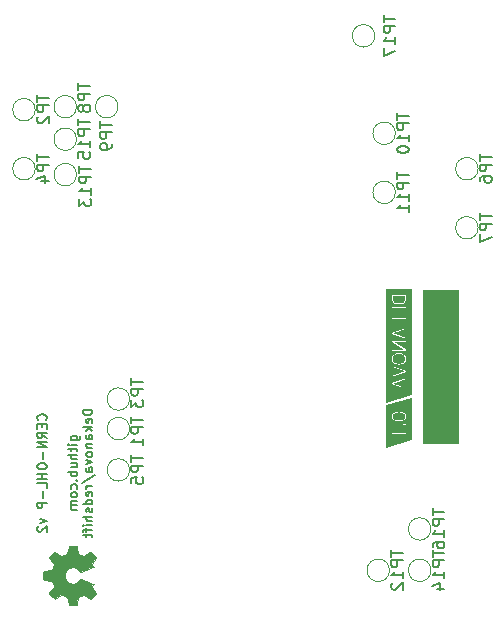
<source format=gbr>
%TF.GenerationSoftware,KiCad,Pcbnew,6.0.0*%
%TF.CreationDate,2022-01-13T14:08:01-08:00*%
%TF.ProjectId,redshift,72656473-6869-4667-942e-6b696361645f,0.1*%
%TF.SameCoordinates,Original*%
%TF.FileFunction,Legend,Bot*%
%TF.FilePolarity,Positive*%
%FSLAX46Y46*%
G04 Gerber Fmt 4.6, Leading zero omitted, Abs format (unit mm)*
G04 Created by KiCad (PCBNEW 6.0.0) date 2022-01-13 14:08:01*
%MOMM*%
%LPD*%
G01*
G04 APERTURE LIST*
%ADD10C,0.069999*%
%ADD11C,0.120000*%
%ADD12C,0.150000*%
G04 APERTURE END LIST*
D10*
X120647331Y-114628405D02*
X120647366Y-114626993D01*
X120647366Y-114626993D02*
X120647471Y-114625586D01*
X120647471Y-114625586D02*
X120647643Y-114624185D01*
X120647643Y-114624185D02*
X120647881Y-114622793D01*
X120647881Y-114622793D02*
X120648184Y-114621412D01*
X120648184Y-114621412D02*
X120648548Y-114620044D01*
X120648548Y-114620044D02*
X120648974Y-114618691D01*
X120648974Y-114618691D02*
X120649459Y-114617355D01*
X120649459Y-114617355D02*
X120650000Y-114616038D01*
X120650000Y-114616038D02*
X120650598Y-114614743D01*
X120650598Y-114614743D02*
X120651953Y-114612225D01*
X120651953Y-114612225D02*
X120653509Y-114609817D01*
X120653509Y-114609817D02*
X120655253Y-114607538D01*
X120655253Y-114607538D02*
X120657172Y-114605402D01*
X120657172Y-114605402D02*
X120659250Y-114603429D01*
X120659250Y-114603429D02*
X120661475Y-114601633D01*
X120661475Y-114601633D02*
X120662639Y-114600808D01*
X120662639Y-114600808D02*
X120663833Y-114600033D01*
X120663833Y-114600033D02*
X120665058Y-114599312D01*
X120665058Y-114599312D02*
X120666310Y-114598645D01*
X120666310Y-114598645D02*
X120667589Y-114598036D01*
X120667589Y-114598036D02*
X120668892Y-114597486D01*
X120668892Y-114597486D02*
X120670218Y-114596997D01*
X120670218Y-114596997D02*
X120671565Y-114596572D01*
X120671565Y-114596572D02*
X120672932Y-114596213D01*
X120672932Y-114596213D02*
X120674316Y-114595921D01*
X120674316Y-114595921D02*
X121304169Y-114478719D01*
X121304169Y-114478719D02*
X121306965Y-114478064D01*
X121306965Y-114478064D02*
X121309769Y-114477164D01*
X121309769Y-114477164D02*
X121312564Y-114476035D01*
X121312564Y-114476035D02*
X121315331Y-114474692D01*
X121315331Y-114474692D02*
X121318052Y-114473151D01*
X121318052Y-114473151D02*
X121320709Y-114471429D01*
X121320709Y-114471429D02*
X121323284Y-114469539D01*
X121323284Y-114469539D02*
X121325759Y-114467499D01*
X121325759Y-114467499D02*
X121328115Y-114465323D01*
X121328115Y-114465323D02*
X121330335Y-114463027D01*
X121330335Y-114463027D02*
X121332399Y-114460627D01*
X121332399Y-114460627D02*
X121334291Y-114458138D01*
X121334291Y-114458138D02*
X121335991Y-114455577D01*
X121335991Y-114455577D02*
X121337483Y-114452958D01*
X121337483Y-114452958D02*
X121338746Y-114450297D01*
X121338746Y-114450297D02*
X121339764Y-114447610D01*
X121339764Y-114447610D02*
X121512601Y-114025465D01*
X121512601Y-114025465D02*
X121513756Y-114022836D01*
X121513756Y-114022836D02*
X121514720Y-114020049D01*
X121514720Y-114020049D02*
X121515496Y-114017128D01*
X121515496Y-114017128D02*
X121516086Y-114014098D01*
X121516086Y-114014098D02*
X121516490Y-114010983D01*
X121516490Y-114010983D02*
X121516711Y-114007808D01*
X121516711Y-114007808D02*
X121516751Y-114004598D01*
X121516751Y-114004598D02*
X121516610Y-114001377D01*
X121516610Y-114001377D02*
X121516291Y-113998169D01*
X121516291Y-113998169D02*
X121515795Y-113994999D01*
X121515795Y-113994999D02*
X121515124Y-113991892D01*
X121515124Y-113991892D02*
X121514280Y-113988872D01*
X121514280Y-113988872D02*
X121513263Y-113985963D01*
X121513263Y-113985963D02*
X121512077Y-113983190D01*
X121512077Y-113983190D02*
X121510722Y-113980578D01*
X121510722Y-113980578D02*
X121509201Y-113978150D01*
X121509201Y-113978150D02*
X121148117Y-113451971D01*
X121148117Y-113451971D02*
X121147345Y-113450782D01*
X121147345Y-113450782D02*
X121146633Y-113449558D01*
X121146633Y-113449558D02*
X121145981Y-113448301D01*
X121145981Y-113448301D02*
X121145389Y-113447015D01*
X121145389Y-113447015D02*
X121144856Y-113445701D01*
X121144856Y-113445701D02*
X121144383Y-113444363D01*
X121144383Y-113444363D02*
X121143612Y-113441625D01*
X121143612Y-113441625D02*
X121143075Y-113438822D01*
X121143075Y-113438822D02*
X121142770Y-113435975D01*
X121142770Y-113435975D02*
X121142695Y-113433106D01*
X121142695Y-113433106D02*
X121142847Y-113430237D01*
X121142847Y-113430237D02*
X121143225Y-113427389D01*
X121143225Y-113427389D02*
X121143827Y-113424584D01*
X121143827Y-113424584D02*
X121144650Y-113421843D01*
X121144650Y-113421843D02*
X121145694Y-113419189D01*
X121145694Y-113419189D02*
X121146955Y-113416642D01*
X121146955Y-113416642D02*
X121147666Y-113415416D01*
X121147666Y-113415416D02*
X121148431Y-113414225D01*
X121148431Y-113414225D02*
X121149250Y-113413071D01*
X121149250Y-113413071D02*
X121150122Y-113411958D01*
X121150122Y-113411958D02*
X121151046Y-113410889D01*
X121151046Y-113410889D02*
X121152024Y-113409865D01*
X121152024Y-113409865D02*
X121595149Y-112966739D01*
X121595149Y-112966739D02*
X121596176Y-112965765D01*
X121596176Y-112965765D02*
X121597248Y-112964843D01*
X121597248Y-112964843D02*
X121598363Y-112963974D01*
X121598363Y-112963974D02*
X121599518Y-112963157D01*
X121599518Y-112963157D02*
X121600710Y-112962394D01*
X121600710Y-112962394D02*
X121601937Y-112961684D01*
X121601937Y-112961684D02*
X121603195Y-112961027D01*
X121603195Y-112961027D02*
X121604483Y-112960425D01*
X121604483Y-112960425D02*
X121605797Y-112959876D01*
X121605797Y-112959876D02*
X121607135Y-112959382D01*
X121607135Y-112959382D02*
X121609871Y-112958559D01*
X121609871Y-112958559D02*
X121612671Y-112957956D01*
X121612671Y-112957956D02*
X121615513Y-112957576D01*
X121615513Y-112957576D02*
X121618375Y-112957422D01*
X121618375Y-112957422D02*
X121621236Y-112957495D01*
X121621236Y-112957495D02*
X121624075Y-112957798D01*
X121624075Y-112957798D02*
X121625479Y-112958036D01*
X121625479Y-112958036D02*
X121626870Y-112958333D01*
X121626870Y-112958333D02*
X121628244Y-112958688D01*
X121628244Y-112958688D02*
X121629599Y-112959101D01*
X121629599Y-112959101D02*
X121630933Y-112959574D01*
X121630933Y-112959574D02*
X121632242Y-112960106D01*
X121632242Y-112960106D02*
X121633525Y-112960698D01*
X121633525Y-112960698D02*
X121634777Y-112961349D01*
X121634777Y-112961349D02*
X121635997Y-112962061D01*
X121635997Y-112962061D02*
X121637183Y-112962832D01*
X121637183Y-112962832D02*
X122154319Y-113317695D01*
X122154319Y-113317695D02*
X122156763Y-113319207D01*
X122156763Y-113319207D02*
X122159386Y-113320549D01*
X122159386Y-113320549D02*
X122162162Y-113321719D01*
X122162162Y-113321719D02*
X122165069Y-113322715D01*
X122165069Y-113322715D02*
X122168082Y-113323536D01*
X122168082Y-113323536D02*
X122171178Y-113324181D01*
X122171178Y-113324181D02*
X122174332Y-113324647D01*
X122174332Y-113324647D02*
X122177521Y-113324934D01*
X122177521Y-113324934D02*
X122180720Y-113325040D01*
X122180720Y-113325040D02*
X122183907Y-113324963D01*
X122183907Y-113324963D02*
X122187057Y-113324703D01*
X122187057Y-113324703D02*
X122190146Y-113324257D01*
X122190146Y-113324257D02*
X122193150Y-113323624D01*
X122193150Y-113323624D02*
X122196046Y-113322802D01*
X122196046Y-113322802D02*
X122198810Y-113321791D01*
X122198810Y-113321791D02*
X122201417Y-113320588D01*
X122201417Y-113320588D02*
X122636873Y-113133861D01*
X122636873Y-113133861D02*
X122638213Y-113133363D01*
X122638213Y-113133363D02*
X122639548Y-113132802D01*
X122639548Y-113132802D02*
X122642198Y-113131498D01*
X122642198Y-113131498D02*
X122644809Y-113129969D01*
X122644809Y-113129969D02*
X122647364Y-113128231D01*
X122647364Y-113128231D02*
X122649848Y-113126304D01*
X122649848Y-113126304D02*
X122652245Y-113124206D01*
X122652245Y-113124206D02*
X122654538Y-113121955D01*
X122654538Y-113121955D02*
X122656712Y-113119569D01*
X122656712Y-113119569D02*
X122658751Y-113117067D01*
X122658751Y-113117067D02*
X122660639Y-113114467D01*
X122660639Y-113114467D02*
X122662361Y-113111787D01*
X122662361Y-113111787D02*
X122663900Y-113109046D01*
X122663900Y-113109046D02*
X122665240Y-113106261D01*
X122665240Y-113106261D02*
X122666366Y-113103452D01*
X122666366Y-113103452D02*
X122666843Y-113102044D01*
X122666843Y-113102044D02*
X122667261Y-113100636D01*
X122667261Y-113100636D02*
X122667618Y-113099231D01*
X122667618Y-113099231D02*
X122667911Y-113097832D01*
X122667911Y-113097832D02*
X122781133Y-112488960D01*
X122781133Y-112488960D02*
X122781431Y-112487572D01*
X122781431Y-112487572D02*
X122781796Y-112486203D01*
X122781796Y-112486203D02*
X122782226Y-112484853D01*
X122782226Y-112484853D02*
X122782718Y-112483525D01*
X122782718Y-112483525D02*
X122783270Y-112482220D01*
X122783270Y-112482220D02*
X122783882Y-112480940D01*
X122783882Y-112480940D02*
X122784549Y-112479686D01*
X122784549Y-112479686D02*
X122785271Y-112478461D01*
X122785271Y-112478461D02*
X122786046Y-112477266D01*
X122786046Y-112477266D02*
X122786871Y-112476102D01*
X122786871Y-112476102D02*
X122787744Y-112474972D01*
X122787744Y-112474972D02*
X122788664Y-112473877D01*
X122788664Y-112473877D02*
X122789628Y-112472819D01*
X122789628Y-112472819D02*
X122790633Y-112471800D01*
X122790633Y-112471800D02*
X122791680Y-112470820D01*
X122791680Y-112470820D02*
X122792764Y-112469883D01*
X122792764Y-112469883D02*
X122793884Y-112468989D01*
X122793884Y-112468989D02*
X122795038Y-112468140D01*
X122795038Y-112468140D02*
X122796224Y-112467339D01*
X122796224Y-112467339D02*
X122797440Y-112466586D01*
X122797440Y-112466586D02*
X122798684Y-112465884D01*
X122798684Y-112465884D02*
X122799953Y-112465234D01*
X122799953Y-112465234D02*
X122801247Y-112464637D01*
X122801247Y-112464637D02*
X122802562Y-112464097D01*
X122802562Y-112464097D02*
X122803896Y-112463613D01*
X122803896Y-112463613D02*
X122805249Y-112463188D01*
X122805249Y-112463188D02*
X122806617Y-112462824D01*
X122806617Y-112462824D02*
X122807998Y-112462523D01*
X122807998Y-112462523D02*
X122809391Y-112462285D01*
X122809391Y-112462285D02*
X122810793Y-112462114D01*
X122810793Y-112462114D02*
X122812203Y-112462009D01*
X122812203Y-112462009D02*
X122813617Y-112461974D01*
X122813617Y-112461974D02*
X123440359Y-112461974D01*
X123440359Y-112461974D02*
X123441775Y-112462009D01*
X123441775Y-112462009D02*
X123443186Y-112462114D01*
X123443186Y-112462114D02*
X123444591Y-112462286D01*
X123444591Y-112462286D02*
X123445987Y-112462524D01*
X123445987Y-112462524D02*
X123447372Y-112462827D01*
X123447372Y-112462827D02*
X123448744Y-112463192D01*
X123448744Y-112463192D02*
X123450102Y-112463617D01*
X123450102Y-112463617D02*
X123451442Y-112464102D01*
X123451442Y-112464102D02*
X123454063Y-112465241D01*
X123454063Y-112465241D02*
X123456589Y-112466596D01*
X123456589Y-112466596D02*
X123459004Y-112468152D01*
X123459004Y-112468152D02*
X123461291Y-112469897D01*
X123461291Y-112469897D02*
X123463432Y-112471815D01*
X123463432Y-112471815D02*
X123465411Y-112473894D01*
X123465411Y-112473894D02*
X123467211Y-112476119D01*
X123467211Y-112476119D02*
X123468038Y-112477282D01*
X123468038Y-112477282D02*
X123468813Y-112478477D01*
X123468813Y-112478477D02*
X123469535Y-112479701D01*
X123469535Y-112479701D02*
X123470202Y-112480953D01*
X123470202Y-112480953D02*
X123470811Y-112482232D01*
X123470811Y-112482232D02*
X123471360Y-112483535D01*
X123471360Y-112483535D02*
X123471847Y-112484861D01*
X123471847Y-112484861D02*
X123472270Y-112486209D01*
X123472270Y-112486209D02*
X123472627Y-112487575D01*
X123472627Y-112487575D02*
X123472915Y-112488960D01*
X123472915Y-112488960D02*
X123583389Y-113082929D01*
X123583389Y-113082929D02*
X123583676Y-113084324D01*
X123583676Y-113084324D02*
X123584028Y-113085723D01*
X123584028Y-113085723D02*
X123584918Y-113088525D01*
X123584918Y-113088525D02*
X123586043Y-113091315D01*
X123586043Y-113091315D02*
X123587387Y-113094076D01*
X123587387Y-113094076D02*
X123588934Y-113096789D01*
X123588934Y-113096789D02*
X123590667Y-113099435D01*
X123590667Y-113099435D02*
X123592570Y-113101997D01*
X123592570Y-113101997D02*
X123594627Y-113104457D01*
X123594627Y-113104457D02*
X123596820Y-113106795D01*
X123596820Y-113106795D02*
X123599135Y-113108994D01*
X123599135Y-113108994D02*
X123601554Y-113111035D01*
X123601554Y-113111035D02*
X123604061Y-113112900D01*
X123604061Y-113112900D02*
X123606640Y-113114570D01*
X123606640Y-113114570D02*
X123609274Y-113116029D01*
X123609274Y-113116029D02*
X123611947Y-113117256D01*
X123611947Y-113117256D02*
X123613293Y-113117777D01*
X123613293Y-113117777D02*
X123614643Y-113118234D01*
X123614643Y-113118234D02*
X124077881Y-113303659D01*
X124077881Y-113303659D02*
X124080516Y-113304806D01*
X124080516Y-113304806D02*
X124083307Y-113305763D01*
X124083307Y-113305763D02*
X124086229Y-113306531D01*
X124086229Y-113306531D02*
X124089259Y-113307111D01*
X124089259Y-113307111D02*
X124092372Y-113307506D01*
X124092372Y-113307506D02*
X124095544Y-113307717D01*
X124095544Y-113307717D02*
X124098751Y-113307747D01*
X124098751Y-113307747D02*
X124101969Y-113307596D01*
X124101969Y-113307596D02*
X124105174Y-113307267D01*
X124105174Y-113307267D02*
X124108340Y-113306761D01*
X124108340Y-113306761D02*
X124111445Y-113306080D01*
X124111445Y-113306080D02*
X124114464Y-113305226D01*
X124114464Y-113305226D02*
X124117373Y-113304201D01*
X124117373Y-113304201D02*
X124120147Y-113303006D01*
X124120147Y-113303006D02*
X124122763Y-113301643D01*
X124122763Y-113301643D02*
X124125196Y-113300114D01*
X124125196Y-113300114D02*
X124616866Y-112962760D01*
X124616866Y-112962760D02*
X124618052Y-112961991D01*
X124618052Y-112961991D02*
X124619273Y-112961283D01*
X124619273Y-112961283D02*
X124620526Y-112960634D01*
X124620526Y-112960634D02*
X124621810Y-112960044D01*
X124621810Y-112960044D02*
X124623121Y-112959514D01*
X124623121Y-112959514D02*
X124624457Y-112959043D01*
X124624457Y-112959043D02*
X124627191Y-112958276D01*
X124627191Y-112958276D02*
X124629991Y-112957742D01*
X124629991Y-112957742D02*
X124632836Y-112957439D01*
X124632836Y-112957439D02*
X124635703Y-112957365D01*
X124635703Y-112957365D02*
X124638572Y-112957518D01*
X124638572Y-112957518D02*
X124641421Y-112957896D01*
X124641421Y-112957896D02*
X124644227Y-112958496D01*
X124644227Y-112958496D02*
X124646970Y-112959317D01*
X124646970Y-112959317D02*
X124649627Y-112960358D01*
X124649627Y-112960358D02*
X124652178Y-112961615D01*
X124652178Y-112961615D02*
X124653406Y-112962324D01*
X124653406Y-112962324D02*
X124654600Y-112963087D01*
X124654600Y-112963087D02*
X124655756Y-112963902D01*
X124655756Y-112963902D02*
X124656872Y-112964771D01*
X124656872Y-112964771D02*
X124657945Y-112965693D01*
X124657945Y-112965693D02*
X124658972Y-112966667D01*
X124658972Y-112966667D02*
X125102098Y-113409865D01*
X125102098Y-113409865D02*
X125103068Y-113410889D01*
X125103068Y-113410889D02*
X125103987Y-113411958D01*
X125103987Y-113411958D02*
X125104853Y-113413071D01*
X125104853Y-113413071D02*
X125105666Y-113414225D01*
X125105666Y-113414225D02*
X125106426Y-113415416D01*
X125106426Y-113415416D02*
X125107133Y-113416642D01*
X125107133Y-113416642D02*
X125107786Y-113417901D01*
X125107786Y-113417901D02*
X125108386Y-113419189D01*
X125108386Y-113419189D02*
X125108932Y-113420504D01*
X125108932Y-113420504D02*
X125109423Y-113421843D01*
X125109423Y-113421843D02*
X125110242Y-113424584D01*
X125110242Y-113424584D02*
X125110842Y-113427389D01*
X125110842Y-113427389D02*
X125111219Y-113430237D01*
X125111219Y-113430237D02*
X125111372Y-113433106D01*
X125111372Y-113433106D02*
X125111299Y-113435975D01*
X125111299Y-113435975D02*
X125110998Y-113438822D01*
X125110998Y-113438822D02*
X125110762Y-113440230D01*
X125110762Y-113440230D02*
X125110468Y-113441625D01*
X125110468Y-113441625D02*
X125110115Y-113443004D01*
X125110115Y-113443004D02*
X125109705Y-113444363D01*
X125109705Y-113444363D02*
X125109236Y-113445701D01*
X125109236Y-113445701D02*
X125108708Y-113447015D01*
X125108708Y-113447015D02*
X125108121Y-113448301D01*
X125108121Y-113448301D02*
X125107475Y-113449558D01*
X125107475Y-113449558D02*
X125106770Y-113450782D01*
X125106770Y-113450782D02*
X125106005Y-113451971D01*
X125106005Y-113451971D02*
X124774510Y-113934887D01*
X124774510Y-113934887D02*
X124773005Y-113937315D01*
X124773005Y-113937315D02*
X124771685Y-113939916D01*
X124771685Y-113939916D02*
X124770549Y-113942667D01*
X124770549Y-113942667D02*
X124769600Y-113945544D01*
X124769600Y-113945544D02*
X124768837Y-113948522D01*
X124768837Y-113948522D02*
X124768261Y-113951578D01*
X124768261Y-113951578D02*
X124767872Y-113954689D01*
X124767872Y-113954689D02*
X124767672Y-113957829D01*
X124767672Y-113957829D02*
X124767661Y-113960977D01*
X124767661Y-113960977D02*
X124767839Y-113964107D01*
X124767839Y-113964107D02*
X124768207Y-113967195D01*
X124768207Y-113967195D02*
X124768766Y-113970219D01*
X124768766Y-113970219D02*
X124769516Y-113973154D01*
X124769516Y-113973154D02*
X124770457Y-113975977D01*
X124770457Y-113975977D02*
X124771592Y-113978663D01*
X124771592Y-113978663D02*
X124772919Y-113981189D01*
X124772919Y-113981189D02*
X124886648Y-114194178D01*
X124886648Y-114194178D02*
X124887257Y-114195449D01*
X124887257Y-114195449D02*
X124887792Y-114196730D01*
X124887792Y-114196730D02*
X124888253Y-114198020D01*
X124888253Y-114198020D02*
X124888643Y-114199317D01*
X124888643Y-114199317D02*
X124888961Y-114200618D01*
X124888961Y-114200618D02*
X124889208Y-114201922D01*
X124889208Y-114201922D02*
X124889386Y-114203225D01*
X124889386Y-114203225D02*
X124889495Y-114204525D01*
X124889495Y-114204525D02*
X124889537Y-114205821D01*
X124889537Y-114205821D02*
X124889511Y-114207111D01*
X124889511Y-114207111D02*
X124889418Y-114208391D01*
X124889418Y-114208391D02*
X124889261Y-114209659D01*
X124889261Y-114209659D02*
X124889039Y-114210914D01*
X124889039Y-114210914D02*
X124888753Y-114212154D01*
X124888753Y-114212154D02*
X124888405Y-114213375D01*
X124888405Y-114213375D02*
X124887994Y-114214576D01*
X124887994Y-114214576D02*
X124887522Y-114215754D01*
X124887522Y-114215754D02*
X124886991Y-114216907D01*
X124886991Y-114216907D02*
X124886399Y-114218034D01*
X124886399Y-114218034D02*
X124885750Y-114219131D01*
X124885750Y-114219131D02*
X124885042Y-114220196D01*
X124885042Y-114220196D02*
X124884278Y-114221228D01*
X124884278Y-114221228D02*
X124883458Y-114222224D01*
X124883458Y-114222224D02*
X124882582Y-114223181D01*
X124882582Y-114223181D02*
X124881653Y-114224098D01*
X124881653Y-114224098D02*
X124880670Y-114224973D01*
X124880670Y-114224973D02*
X124879634Y-114225802D01*
X124879634Y-114225802D02*
X124878547Y-114226584D01*
X124878547Y-114226584D02*
X124877409Y-114227316D01*
X124877409Y-114227316D02*
X124876221Y-114227997D01*
X124876221Y-114227997D02*
X124874984Y-114228624D01*
X124874984Y-114228624D02*
X124873699Y-114229194D01*
X124873699Y-114229194D02*
X123812585Y-114668413D01*
X123812585Y-114668413D02*
X123811265Y-114668924D01*
X123811265Y-114668924D02*
X123809924Y-114669368D01*
X123809924Y-114669368D02*
X123808566Y-114669744D01*
X123808566Y-114669744D02*
X123807192Y-114670055D01*
X123807192Y-114670055D02*
X123805806Y-114670301D01*
X123805806Y-114670301D02*
X123804410Y-114670482D01*
X123804410Y-114670482D02*
X123801597Y-114670656D01*
X123801597Y-114670656D02*
X123798774Y-114670583D01*
X123798774Y-114670583D02*
X123795961Y-114670270D01*
X123795961Y-114670270D02*
X123793179Y-114669724D01*
X123793179Y-114669724D02*
X123790447Y-114668953D01*
X123790447Y-114668953D02*
X123787787Y-114667962D01*
X123787787Y-114667962D02*
X123785218Y-114666759D01*
X123785218Y-114666759D02*
X123782762Y-114665350D01*
X123782762Y-114665350D02*
X123780437Y-114663742D01*
X123780437Y-114663742D02*
X123778265Y-114661943D01*
X123778265Y-114661943D02*
X123777242Y-114660974D01*
X123777242Y-114660974D02*
X123776265Y-114659959D01*
X123776265Y-114659959D02*
X123775337Y-114658900D01*
X123775337Y-114658900D02*
X123774459Y-114657797D01*
X123774459Y-114657797D02*
X123773635Y-114656651D01*
X123773635Y-114656651D02*
X123772866Y-114655463D01*
X123772866Y-114655463D02*
X123740238Y-114602216D01*
X123740238Y-114602216D02*
X123737794Y-114598368D01*
X123737794Y-114598368D02*
X123735004Y-114594265D01*
X123735004Y-114594265D02*
X123731929Y-114589982D01*
X123731929Y-114589982D02*
X123728630Y-114585595D01*
X123728630Y-114585595D02*
X123725167Y-114581178D01*
X123725167Y-114581178D02*
X123721602Y-114576806D01*
X123721602Y-114576806D02*
X123717996Y-114572556D01*
X123717996Y-114572556D02*
X123714410Y-114568502D01*
X123714410Y-114568502D02*
X123690258Y-114533221D01*
X123690258Y-114533221D02*
X123664035Y-114499548D01*
X123664035Y-114499548D02*
X123635834Y-114467574D01*
X123635834Y-114467574D02*
X123605745Y-114437393D01*
X123605745Y-114437393D02*
X123573860Y-114409096D01*
X123573860Y-114409096D02*
X123540270Y-114382776D01*
X123540270Y-114382776D02*
X123505065Y-114358525D01*
X123505065Y-114358525D02*
X123468338Y-114336435D01*
X123468338Y-114336435D02*
X123430179Y-114316598D01*
X123430179Y-114316598D02*
X123410591Y-114307553D01*
X123410591Y-114307553D02*
X123390680Y-114299107D01*
X123390680Y-114299107D02*
X123370456Y-114291270D01*
X123370456Y-114291270D02*
X123349931Y-114284053D01*
X123349931Y-114284053D02*
X123329117Y-114277470D01*
X123329117Y-114277470D02*
X123308024Y-114271530D01*
X123308024Y-114271530D02*
X123286665Y-114266246D01*
X123286665Y-114266246D02*
X123265051Y-114261629D01*
X123265051Y-114261629D02*
X123243193Y-114257691D01*
X123243193Y-114257691D02*
X123221102Y-114254443D01*
X123221102Y-114254443D02*
X123198790Y-114251897D01*
X123198790Y-114251897D02*
X123176268Y-114250064D01*
X123176268Y-114250064D02*
X123153549Y-114248955D01*
X123153549Y-114248955D02*
X123130642Y-114248583D01*
X123130642Y-114248583D02*
X123094974Y-114249485D01*
X123094974Y-114249485D02*
X123059774Y-114252163D01*
X123059774Y-114252163D02*
X123025086Y-114256571D01*
X123025086Y-114256571D02*
X122990953Y-114262668D01*
X122990953Y-114262668D02*
X122957419Y-114270409D01*
X122957419Y-114270409D02*
X122924527Y-114279751D01*
X122924527Y-114279751D02*
X122892320Y-114290651D01*
X122892320Y-114290651D02*
X122860844Y-114303063D01*
X122860844Y-114303063D02*
X122830140Y-114316946D01*
X122830140Y-114316946D02*
X122800252Y-114332256D01*
X122800252Y-114332256D02*
X122771225Y-114348948D01*
X122771225Y-114348948D02*
X122743101Y-114366979D01*
X122743101Y-114366979D02*
X122715925Y-114386307D01*
X122715925Y-114386307D02*
X122689739Y-114406886D01*
X122689739Y-114406886D02*
X122664588Y-114428674D01*
X122664588Y-114428674D02*
X122640515Y-114451627D01*
X122640515Y-114451627D02*
X122617563Y-114475701D01*
X122617563Y-114475701D02*
X122595776Y-114500853D01*
X122595776Y-114500853D02*
X122575198Y-114527039D01*
X122575198Y-114527039D02*
X122555871Y-114554216D01*
X122555871Y-114554216D02*
X122537841Y-114582340D01*
X122537841Y-114582340D02*
X122521150Y-114611367D01*
X122521150Y-114611367D02*
X122505842Y-114641254D01*
X122505842Y-114641254D02*
X122491960Y-114671957D01*
X122491960Y-114671957D02*
X122479548Y-114703433D01*
X122479548Y-114703433D02*
X122468650Y-114735639D01*
X122468650Y-114735639D02*
X122459309Y-114768529D01*
X122459309Y-114768529D02*
X122451569Y-114802062D01*
X122451569Y-114802062D02*
X122445472Y-114836193D01*
X122445472Y-114836193D02*
X122441064Y-114870879D01*
X122441064Y-114870879D02*
X122438387Y-114906075D01*
X122438387Y-114906075D02*
X122437485Y-114941740D01*
X122437485Y-114941740D02*
X122438387Y-114977404D01*
X122438387Y-114977404D02*
X122441064Y-115012600D01*
X122441064Y-115012600D02*
X122445472Y-115047283D01*
X122445472Y-115047283D02*
X122451569Y-115081412D01*
X122451569Y-115081412D02*
X122459309Y-115114941D01*
X122459309Y-115114941D02*
X122468650Y-115147828D01*
X122468650Y-115147828D02*
X122479548Y-115180029D01*
X122479548Y-115180029D02*
X122491960Y-115211500D01*
X122491960Y-115211500D02*
X122505842Y-115242198D01*
X122505842Y-115242198D02*
X122521150Y-115272080D01*
X122521150Y-115272080D02*
X122537841Y-115301101D01*
X122537841Y-115301101D02*
X122555871Y-115329218D01*
X122555871Y-115329218D02*
X122575198Y-115356389D01*
X122575198Y-115356389D02*
X122595776Y-115382568D01*
X122595776Y-115382568D02*
X122617563Y-115407714D01*
X122617563Y-115407714D02*
X122640515Y-115431781D01*
X122640515Y-115431781D02*
X122664588Y-115454727D01*
X122664588Y-115454727D02*
X122689739Y-115476508D01*
X122689739Y-115476508D02*
X122715925Y-115497081D01*
X122715925Y-115497081D02*
X122743101Y-115516402D01*
X122743101Y-115516402D02*
X122771225Y-115534427D01*
X122771225Y-115534427D02*
X122800252Y-115551113D01*
X122800252Y-115551113D02*
X122830140Y-115566417D01*
X122830140Y-115566417D02*
X122860844Y-115580295D01*
X122860844Y-115580295D02*
X122892320Y-115592702D01*
X122892320Y-115592702D02*
X122924527Y-115603597D01*
X122924527Y-115603597D02*
X122957419Y-115612935D01*
X122957419Y-115612935D02*
X122990953Y-115620673D01*
X122990953Y-115620673D02*
X123025086Y-115626767D01*
X123025086Y-115626767D02*
X123059774Y-115631174D01*
X123059774Y-115631174D02*
X123094974Y-115633850D01*
X123094974Y-115633850D02*
X123130642Y-115634752D01*
X123130642Y-115634752D02*
X123176268Y-115633273D01*
X123176268Y-115633273D02*
X123221102Y-115628897D01*
X123221102Y-115628897D02*
X123265051Y-115621716D01*
X123265051Y-115621716D02*
X123308024Y-115611822D01*
X123308024Y-115611822D02*
X123349931Y-115599306D01*
X123349931Y-115599306D02*
X123390680Y-115584261D01*
X123390680Y-115584261D02*
X123430179Y-115566779D01*
X123430179Y-115566779D02*
X123468338Y-115546951D01*
X123468338Y-115546951D02*
X123505065Y-115524869D01*
X123505065Y-115524869D02*
X123540270Y-115500625D01*
X123540270Y-115500625D02*
X123573860Y-115474311D01*
X123573860Y-115474311D02*
X123605745Y-115446019D01*
X123605745Y-115446019D02*
X123635834Y-115415840D01*
X123635834Y-115415840D02*
X123664035Y-115383867D01*
X123664035Y-115383867D02*
X123690258Y-115350192D01*
X123690258Y-115350192D02*
X123714410Y-115314906D01*
X123714410Y-115314906D02*
X123717996Y-115310874D01*
X123717996Y-115310874D02*
X123721602Y-115306638D01*
X123721602Y-115306638D02*
X123725167Y-115302276D01*
X123725167Y-115302276D02*
X123728630Y-115297863D01*
X123728630Y-115297863D02*
X123731929Y-115293478D01*
X123731929Y-115293478D02*
X123735004Y-115289199D01*
X123735004Y-115289199D02*
X123737794Y-115285102D01*
X123737794Y-115285102D02*
X123740238Y-115281265D01*
X123740238Y-115281265D02*
X123772866Y-115227945D01*
X123772866Y-115227945D02*
X123773635Y-115226764D01*
X123773635Y-115226764D02*
X123774459Y-115225625D01*
X123774459Y-115225625D02*
X123775337Y-115224528D01*
X123775337Y-115224528D02*
X123776265Y-115223475D01*
X123776265Y-115223475D02*
X123777242Y-115222466D01*
X123777242Y-115222466D02*
X123778265Y-115221502D01*
X123778265Y-115221502D02*
X123779330Y-115220584D01*
X123779330Y-115220584D02*
X123780437Y-115219713D01*
X123780437Y-115219713D02*
X123781581Y-115218890D01*
X123781581Y-115218890D02*
X123782762Y-115218115D01*
X123782762Y-115218115D02*
X123783975Y-115217389D01*
X123783975Y-115217389D02*
X123785218Y-115216714D01*
X123785218Y-115216714D02*
X123786490Y-115216090D01*
X123786490Y-115216090D02*
X123787787Y-115215518D01*
X123787787Y-115215518D02*
X123789107Y-115214998D01*
X123789107Y-115214998D02*
X123790447Y-115214533D01*
X123790447Y-115214533D02*
X123791805Y-115214121D01*
X123791805Y-115214121D02*
X123793179Y-115213765D01*
X123793179Y-115213765D02*
X123794565Y-115213465D01*
X123794565Y-115213465D02*
X123795961Y-115213223D01*
X123795961Y-115213223D02*
X123797365Y-115213038D01*
X123797365Y-115213038D02*
X123798774Y-115212912D01*
X123798774Y-115212912D02*
X123800185Y-115212845D01*
X123800185Y-115212845D02*
X123801597Y-115212839D01*
X123801597Y-115212839D02*
X123803006Y-115212894D01*
X123803006Y-115212894D02*
X123804410Y-115213011D01*
X123804410Y-115213011D02*
X123805806Y-115213191D01*
X123805806Y-115213191D02*
X123807192Y-115213435D01*
X123807192Y-115213435D02*
X123808566Y-115213744D01*
X123808566Y-115213744D02*
X123809924Y-115214118D01*
X123809924Y-115214118D02*
X123811265Y-115214559D01*
X123811265Y-115214559D02*
X123812585Y-115215067D01*
X123812585Y-115215067D02*
X124873771Y-115654213D01*
X124873771Y-115654213D02*
X124875056Y-115654784D01*
X124875056Y-115654784D02*
X124876292Y-115655410D01*
X124876292Y-115655410D02*
X124877478Y-115656091D01*
X124877478Y-115656091D02*
X124878615Y-115656823D01*
X124878615Y-115656823D02*
X124879699Y-115657604D01*
X124879699Y-115657604D02*
X124880732Y-115658432D01*
X124880732Y-115658432D02*
X124881712Y-115659305D01*
X124881712Y-115659305D02*
X124882638Y-115660221D01*
X124882638Y-115660221D02*
X124883510Y-115661177D01*
X124883510Y-115661177D02*
X124884326Y-115662172D01*
X124884326Y-115662172D02*
X124885086Y-115663203D01*
X124885086Y-115663203D02*
X124885789Y-115664267D01*
X124885789Y-115664267D02*
X124886435Y-115665363D01*
X124886435Y-115665363D02*
X124887021Y-115666488D01*
X124887021Y-115666488D02*
X124887549Y-115667641D01*
X124887549Y-115667641D02*
X124888016Y-115668818D01*
X124888016Y-115668818D02*
X124888423Y-115670018D01*
X124888423Y-115670018D02*
X124888767Y-115671239D01*
X124888767Y-115671239D02*
X124889049Y-115672477D01*
X124889049Y-115672477D02*
X124889268Y-115673732D01*
X124889268Y-115673732D02*
X124889422Y-115675000D01*
X124889422Y-115675000D02*
X124889511Y-115676281D01*
X124889511Y-115676281D02*
X124889534Y-115677570D01*
X124889534Y-115677570D02*
X124889491Y-115678867D01*
X124889491Y-115678867D02*
X124889380Y-115680168D01*
X124889380Y-115680168D02*
X124889201Y-115681472D01*
X124889201Y-115681472D02*
X124888953Y-115682777D01*
X124888953Y-115682777D02*
X124888635Y-115684080D01*
X124888635Y-115684080D02*
X124888247Y-115685379D01*
X124888247Y-115685379D02*
X124887787Y-115686671D01*
X124887787Y-115686671D02*
X124887254Y-115687955D01*
X124887254Y-115687955D02*
X124886648Y-115689229D01*
X124886648Y-115689229D02*
X124772919Y-115902219D01*
X124772919Y-115902219D02*
X124771591Y-115904751D01*
X124771591Y-115904751D02*
X124770456Y-115907442D01*
X124770456Y-115907442D02*
X124769513Y-115910267D01*
X124769513Y-115910267D02*
X124768761Y-115913204D01*
X124768761Y-115913204D02*
X124768200Y-115916229D01*
X124768200Y-115916229D02*
X124767829Y-115919317D01*
X124767829Y-115919317D02*
X124767649Y-115922446D01*
X124767649Y-115922446D02*
X124767658Y-115925592D01*
X124767658Y-115925592D02*
X124767857Y-115928731D01*
X124767857Y-115928731D02*
X124768244Y-115931839D01*
X124768244Y-115931839D02*
X124768820Y-115934893D01*
X124768820Y-115934893D02*
X124769584Y-115937869D01*
X124769584Y-115937869D02*
X124770535Y-115940743D01*
X124770535Y-115940743D02*
X124771674Y-115943493D01*
X124771674Y-115943493D02*
X124772999Y-115946093D01*
X124772999Y-115946093D02*
X124774510Y-115948521D01*
X124774510Y-115948521D02*
X125106005Y-116431510D01*
X125106005Y-116431510D02*
X125106770Y-116432695D01*
X125106770Y-116432695D02*
X125107475Y-116433916D01*
X125107475Y-116433916D02*
X125108121Y-116435170D01*
X125108121Y-116435170D02*
X125108708Y-116436453D01*
X125108708Y-116436453D02*
X125109236Y-116437764D01*
X125109236Y-116437764D02*
X125109705Y-116439099D01*
X125109705Y-116439099D02*
X125110468Y-116441833D01*
X125110468Y-116441833D02*
X125110998Y-116444632D01*
X125110998Y-116444632D02*
X125111299Y-116447476D01*
X125111299Y-116447476D02*
X125111372Y-116450341D01*
X125111372Y-116450341D02*
X125111219Y-116453207D01*
X125111219Y-116453207D02*
X125110842Y-116456052D01*
X125110842Y-116456052D02*
X125110242Y-116458853D01*
X125110242Y-116458853D02*
X125109423Y-116461590D01*
X125109423Y-116461590D02*
X125108386Y-116464241D01*
X125108386Y-116464241D02*
X125107133Y-116466783D01*
X125107133Y-116466783D02*
X125106426Y-116468007D01*
X125106426Y-116468007D02*
X125105666Y-116469195D01*
X125105666Y-116469195D02*
X125104853Y-116470346D01*
X125104853Y-116470346D02*
X125103987Y-116471456D01*
X125103987Y-116471456D02*
X125103068Y-116472523D01*
X125103068Y-116472523D02*
X125102098Y-116473543D01*
X125102098Y-116473543D02*
X124658972Y-116916813D01*
X124658972Y-116916813D02*
X124657945Y-116917791D01*
X124657945Y-116917791D02*
X124656872Y-116918715D01*
X124656872Y-116918715D02*
X124655756Y-116919585D01*
X124655756Y-116919585D02*
X124654600Y-116920403D01*
X124654600Y-116920403D02*
X124653406Y-116921166D01*
X124653406Y-116921166D02*
X124652178Y-116921876D01*
X124652178Y-116921876D02*
X124650917Y-116922531D01*
X124650917Y-116922531D02*
X124649627Y-116923132D01*
X124649627Y-116923132D02*
X124648311Y-116923678D01*
X124648311Y-116923678D02*
X124646970Y-116924170D01*
X124646970Y-116924170D02*
X124644227Y-116924987D01*
X124644227Y-116924987D02*
X124641421Y-116925582D01*
X124641421Y-116925582D02*
X124638572Y-116925954D01*
X124638572Y-116925954D02*
X124635703Y-116926099D01*
X124635703Y-116926099D02*
X124632836Y-116926017D01*
X124632836Y-116926017D02*
X124629991Y-116925706D01*
X124629991Y-116925706D02*
X124628584Y-116925464D01*
X124628584Y-116925464D02*
X124627191Y-116925164D01*
X124627191Y-116925164D02*
X124625814Y-116924805D01*
X124625814Y-116924805D02*
X124624457Y-116924388D01*
X124624457Y-116924388D02*
X124623121Y-116923913D01*
X124623121Y-116923913D02*
X124621810Y-116923378D01*
X124621810Y-116923378D02*
X124620526Y-116922785D01*
X124620526Y-116922785D02*
X124619273Y-116922132D01*
X124619273Y-116922132D02*
X124618052Y-116921420D01*
X124618052Y-116921420D02*
X124616866Y-116920647D01*
X124616866Y-116920647D02*
X124125196Y-116583221D01*
X124125196Y-116583221D02*
X124122763Y-116581705D01*
X124122763Y-116581705D02*
X124120147Y-116580354D01*
X124120147Y-116580354D02*
X124117373Y-116579169D01*
X124117373Y-116579169D02*
X124114464Y-116578152D01*
X124114464Y-116578152D02*
X124111445Y-116577305D01*
X124111445Y-116577305D02*
X124108340Y-116576630D01*
X124108340Y-116576630D02*
X124105174Y-116576129D01*
X124105174Y-116576129D02*
X124101969Y-116575804D01*
X124101969Y-116575804D02*
X124098751Y-116575656D01*
X124098751Y-116575656D02*
X124095544Y-116575687D01*
X124095544Y-116575687D02*
X124092372Y-116575900D01*
X124092372Y-116575900D02*
X124089259Y-116576296D01*
X124089259Y-116576296D02*
X124086229Y-116576877D01*
X124086229Y-116576877D02*
X124083307Y-116577645D01*
X124083307Y-116577645D02*
X124080516Y-116578601D01*
X124080516Y-116578601D02*
X124077881Y-116579749D01*
X124077881Y-116579749D02*
X123614716Y-116765174D01*
X123614716Y-116765174D02*
X123613366Y-116765634D01*
X123613366Y-116765634D02*
X123612020Y-116766157D01*
X123612020Y-116766157D02*
X123609346Y-116767385D01*
X123609346Y-116767385D02*
X123606712Y-116768841D01*
X123606712Y-116768841D02*
X123604133Y-116770507D01*
X123604133Y-116770507D02*
X123601626Y-116772365D01*
X123601626Y-116772365D02*
X123599207Y-116774398D01*
X123599207Y-116774398D02*
X123596893Y-116776587D01*
X123596893Y-116776587D02*
X123594699Y-116778915D01*
X123594699Y-116778915D02*
X123592643Y-116781364D01*
X123592643Y-116781364D02*
X123590740Y-116783916D01*
X123590740Y-116783916D02*
X123589006Y-116786554D01*
X123589006Y-116786554D02*
X123587460Y-116789260D01*
X123587460Y-116789260D02*
X123586115Y-116792016D01*
X123586115Y-116792016D02*
X123584990Y-116794804D01*
X123584990Y-116794804D02*
X123584515Y-116796205D01*
X123584515Y-116796205D02*
X123584100Y-116797607D01*
X123584100Y-116797607D02*
X123583748Y-116799008D01*
X123583748Y-116799008D02*
X123583462Y-116800407D01*
X123583462Y-116800407D02*
X123472915Y-117394376D01*
X123472915Y-117394376D02*
X123472627Y-117395757D01*
X123472627Y-117395757D02*
X123472271Y-117397121D01*
X123472271Y-117397121D02*
X123471849Y-117398467D01*
X123471849Y-117398467D02*
X123471363Y-117399792D01*
X123471363Y-117399792D02*
X123470816Y-117401096D01*
X123470816Y-117401096D02*
X123470209Y-117402375D01*
X123470209Y-117402375D02*
X123469544Y-117403628D01*
X123469544Y-117403628D02*
X123468824Y-117404854D01*
X123468824Y-117404854D02*
X123468051Y-117406051D01*
X123468051Y-117406051D02*
X123467227Y-117407217D01*
X123467227Y-117407217D02*
X123466354Y-117408350D01*
X123466354Y-117408350D02*
X123465434Y-117409448D01*
X123465434Y-117409448D02*
X123464469Y-117410510D01*
X123464469Y-117410510D02*
X123463462Y-117411534D01*
X123463462Y-117411534D02*
X123462414Y-117412519D01*
X123462414Y-117412519D02*
X123461327Y-117413461D01*
X123461327Y-117413461D02*
X123460204Y-117414360D01*
X123460204Y-117414360D02*
X123459047Y-117415214D01*
X123459047Y-117415214D02*
X123457858Y-117416021D01*
X123457858Y-117416021D02*
X123456638Y-117416779D01*
X123456638Y-117416779D02*
X123455391Y-117417487D01*
X123455391Y-117417487D02*
X123454118Y-117418142D01*
X123454118Y-117418142D02*
X123452821Y-117418744D01*
X123452821Y-117418744D02*
X123451503Y-117419290D01*
X123451503Y-117419290D02*
X123450165Y-117419778D01*
X123450165Y-117419778D02*
X123448810Y-117420206D01*
X123448810Y-117420206D02*
X123447439Y-117420574D01*
X123447439Y-117420574D02*
X123446056Y-117420879D01*
X123446056Y-117420879D02*
X123444661Y-117421119D01*
X123444661Y-117421119D02*
X123443257Y-117421293D01*
X123443257Y-117421293D02*
X123441847Y-117421398D01*
X123441847Y-117421398D02*
X123440432Y-117421434D01*
X123440432Y-117421434D02*
X122813690Y-117421506D01*
X122813690Y-117421506D02*
X122812271Y-117421474D01*
X122812271Y-117421474D02*
X122810858Y-117421373D01*
X122810858Y-117421373D02*
X122809453Y-117421203D01*
X122809453Y-117421203D02*
X122808056Y-117420968D01*
X122808056Y-117420968D02*
X122806672Y-117420668D01*
X122806672Y-117420668D02*
X122805301Y-117420306D01*
X122805301Y-117420306D02*
X122803945Y-117419882D01*
X122803945Y-117419882D02*
X122802607Y-117419400D01*
X122802607Y-117419400D02*
X122801289Y-117418860D01*
X122801289Y-117418860D02*
X122799992Y-117418265D01*
X122799992Y-117418265D02*
X122797473Y-117416914D01*
X122797473Y-117416914D02*
X122795065Y-117415361D01*
X122795065Y-117415361D02*
X122792786Y-117413620D01*
X122792786Y-117413620D02*
X122790651Y-117411705D01*
X122790651Y-117411705D02*
X122788677Y-117409629D01*
X122788677Y-117409629D02*
X122786880Y-117407408D01*
X122786880Y-117407408D02*
X122785277Y-117405054D01*
X122785277Y-117405054D02*
X122784554Y-117403832D01*
X122784554Y-117403832D02*
X122783885Y-117402582D01*
X122783885Y-117402582D02*
X122783273Y-117401306D01*
X122783273Y-117401306D02*
X122782719Y-117400005D01*
X122782719Y-117400005D02*
X122782226Y-117398682D01*
X122782226Y-117398682D02*
X122781797Y-117397337D01*
X122781797Y-117397337D02*
X122781431Y-117395974D01*
X122781431Y-117395974D02*
X122781133Y-117394593D01*
X122781133Y-117394593D02*
X122667911Y-116785648D01*
X122667911Y-116785648D02*
X122667261Y-116782856D01*
X122667261Y-116782856D02*
X122666366Y-116780048D01*
X122666366Y-116780048D02*
X122665240Y-116777243D01*
X122665240Y-116777243D02*
X122663900Y-116774459D01*
X122663900Y-116774459D02*
X122662361Y-116771716D01*
X122662361Y-116771716D02*
X122660639Y-116769032D01*
X122660639Y-116769032D02*
X122658751Y-116766426D01*
X122658751Y-116766426D02*
X122656712Y-116763916D01*
X122656712Y-116763916D02*
X122654538Y-116761521D01*
X122654538Y-116761521D02*
X122652245Y-116759260D01*
X122652245Y-116759260D02*
X122649848Y-116757152D01*
X122649848Y-116757152D02*
X122647364Y-116755214D01*
X122647364Y-116755214D02*
X122644809Y-116753466D01*
X122644809Y-116753466D02*
X122642198Y-116751926D01*
X122642198Y-116751926D02*
X122639548Y-116750614D01*
X122639548Y-116750614D02*
X122636873Y-116749547D01*
X122636873Y-116749547D02*
X122201417Y-116562892D01*
X122201417Y-116562892D02*
X122198810Y-116561683D01*
X122198810Y-116561683D02*
X122196046Y-116560667D01*
X122196046Y-116560667D02*
X122193150Y-116559843D01*
X122193150Y-116559843D02*
X122190146Y-116559209D01*
X122190146Y-116559209D02*
X122187057Y-116558763D01*
X122187057Y-116558763D02*
X122183907Y-116558504D01*
X122183907Y-116558504D02*
X122180720Y-116558430D01*
X122180720Y-116558430D02*
X122177521Y-116558541D01*
X122177521Y-116558541D02*
X122174332Y-116558833D01*
X122174332Y-116558833D02*
X122171178Y-116559306D01*
X122171178Y-116559306D02*
X122168082Y-116559959D01*
X122168082Y-116559959D02*
X122165069Y-116560789D01*
X122165069Y-116560789D02*
X122162162Y-116561796D01*
X122162162Y-116561796D02*
X122159386Y-116562977D01*
X122159386Y-116562977D02*
X122156763Y-116564332D01*
X122156763Y-116564332D02*
X122154319Y-116565858D01*
X122154319Y-116565858D02*
X121637183Y-116920647D01*
X121637183Y-116920647D02*
X121635997Y-116921413D01*
X121635997Y-116921413D02*
X121634777Y-116922120D01*
X121634777Y-116922120D02*
X121633525Y-116922768D01*
X121633525Y-116922768D02*
X121632242Y-116923357D01*
X121632242Y-116923357D02*
X121630933Y-116923888D01*
X121630933Y-116923888D02*
X121629599Y-116924361D01*
X121629599Y-116924361D02*
X121626870Y-116925133D01*
X121626870Y-116925133D02*
X121624075Y-116925673D01*
X121624075Y-116925673D02*
X121621236Y-116925985D01*
X121621236Y-116925985D02*
X121618375Y-116926069D01*
X121618375Y-116926069D02*
X121615513Y-116925926D01*
X121615513Y-116925926D02*
X121612671Y-116925558D01*
X121612671Y-116925558D02*
X121609871Y-116924968D01*
X121609871Y-116924968D02*
X121607135Y-116924155D01*
X121607135Y-116924155D02*
X121604483Y-116923122D01*
X121604483Y-116923122D02*
X121601937Y-116921869D01*
X121601937Y-116921869D02*
X121600710Y-116921162D01*
X121600710Y-116921162D02*
X121599518Y-116920400D01*
X121599518Y-116920400D02*
X121598363Y-116919584D01*
X121598363Y-116919584D02*
X121597248Y-116918714D01*
X121597248Y-116918714D02*
X121596176Y-116917790D01*
X121596176Y-116917790D02*
X121595149Y-116916813D01*
X121595149Y-116916813D02*
X121152024Y-116473615D01*
X121152024Y-116473615D02*
X121151046Y-116472588D01*
X121151046Y-116472588D02*
X121150122Y-116471516D01*
X121150122Y-116471516D02*
X121149250Y-116470401D01*
X121149250Y-116470401D02*
X121148431Y-116469246D01*
X121148431Y-116469246D02*
X121147666Y-116468054D01*
X121147666Y-116468054D02*
X121146955Y-116466828D01*
X121146955Y-116466828D02*
X121146297Y-116465569D01*
X121146297Y-116465569D02*
X121145694Y-116464282D01*
X121145694Y-116464282D02*
X121145145Y-116462968D01*
X121145145Y-116462968D02*
X121144650Y-116461630D01*
X121144650Y-116461630D02*
X121143827Y-116458893D01*
X121143827Y-116458893D02*
X121143225Y-116456093D01*
X121143225Y-116456093D02*
X121142847Y-116453252D01*
X121142847Y-116453252D02*
X121142695Y-116450390D01*
X121142695Y-116450390D02*
X121142770Y-116447529D01*
X121142770Y-116447529D02*
X121143075Y-116444690D01*
X121143075Y-116444690D02*
X121143314Y-116443286D01*
X121143314Y-116443286D02*
X121143612Y-116441895D01*
X121143612Y-116441895D02*
X121143968Y-116440521D01*
X121143968Y-116440521D02*
X121144383Y-116439166D01*
X121144383Y-116439166D02*
X121144856Y-116437832D01*
X121144856Y-116437832D02*
X121145389Y-116436523D01*
X121145389Y-116436523D02*
X121145981Y-116435240D01*
X121145981Y-116435240D02*
X121146633Y-116433988D01*
X121146633Y-116433988D02*
X121147345Y-116432767D01*
X121147345Y-116432767D02*
X121148117Y-116431582D01*
X121148117Y-116431582D02*
X121509201Y-115905402D01*
X121509201Y-115905402D02*
X121510722Y-115902968D01*
X121510722Y-115902968D02*
X121512077Y-115900350D01*
X121512077Y-115900350D02*
X121513263Y-115897573D01*
X121513263Y-115897573D02*
X121514280Y-115894660D01*
X121514280Y-115894660D02*
X121515124Y-115891636D01*
X121515124Y-115891636D02*
X121515795Y-115888527D01*
X121515795Y-115888527D02*
X121516291Y-115885356D01*
X121516291Y-115885356D02*
X121516610Y-115882148D01*
X121516610Y-115882148D02*
X121516751Y-115878927D01*
X121516751Y-115878927D02*
X121516711Y-115875718D01*
X121516711Y-115875718D02*
X121516490Y-115872545D01*
X121516490Y-115872545D02*
X121516086Y-115869434D01*
X121516086Y-115869434D02*
X121515496Y-115866408D01*
X121515496Y-115866408D02*
X121514720Y-115863492D01*
X121514720Y-115863492D02*
X121513756Y-115860710D01*
X121513756Y-115860710D02*
X121512601Y-115858087D01*
X121512601Y-115858087D02*
X121339764Y-115435942D01*
X121339764Y-115435942D02*
X121339287Y-115434600D01*
X121339287Y-115434600D02*
X121338746Y-115433262D01*
X121338746Y-115433262D02*
X121338144Y-115431929D01*
X121338144Y-115431929D02*
X121337483Y-115430605D01*
X121337483Y-115430605D02*
X121335991Y-115427989D01*
X121335991Y-115427989D02*
X121334291Y-115425430D01*
X121334291Y-115425430D02*
X121332399Y-115422942D01*
X121332399Y-115422942D02*
X121330335Y-115420542D01*
X121330335Y-115420542D02*
X121328115Y-115418245D01*
X121328115Y-115418245D02*
X121325759Y-115416068D01*
X121325759Y-115416068D02*
X121323284Y-115414025D01*
X121323284Y-115414025D02*
X121320709Y-115412134D01*
X121320709Y-115412134D02*
X121318052Y-115410409D01*
X121318052Y-115410409D02*
X121315331Y-115408866D01*
X121315331Y-115408866D02*
X121312564Y-115407521D01*
X121312564Y-115407521D02*
X121309769Y-115406390D01*
X121309769Y-115406390D02*
X121306965Y-115405489D01*
X121306965Y-115405489D02*
X121305565Y-115405129D01*
X121305565Y-115405129D02*
X121304169Y-115404833D01*
X121304169Y-115404833D02*
X120674316Y-115287631D01*
X120674316Y-115287631D02*
X120672932Y-115287340D01*
X120672932Y-115287340D02*
X120671565Y-115286981D01*
X120671565Y-115286981D02*
X120670218Y-115286556D01*
X120670218Y-115286556D02*
X120668892Y-115286068D01*
X120668892Y-115286068D02*
X120667589Y-115285519D01*
X120667589Y-115285519D02*
X120666310Y-115284910D01*
X120666310Y-115284910D02*
X120665058Y-115284245D01*
X120665058Y-115284245D02*
X120663833Y-115283524D01*
X120663833Y-115283524D02*
X120662639Y-115282751D01*
X120662639Y-115282751D02*
X120661475Y-115281926D01*
X120661475Y-115281926D02*
X120660345Y-115281053D01*
X120660345Y-115281053D02*
X120659250Y-115280133D01*
X120659250Y-115280133D02*
X120658192Y-115279169D01*
X120658192Y-115279169D02*
X120657172Y-115278162D01*
X120657172Y-115278162D02*
X120656192Y-115277114D01*
X120656192Y-115277114D02*
X120655253Y-115276029D01*
X120655253Y-115276029D02*
X120654359Y-115274907D01*
X120654359Y-115274907D02*
X120653509Y-115273751D01*
X120653509Y-115273751D02*
X120652707Y-115272562D01*
X120652707Y-115272562D02*
X120651953Y-115271344D01*
X120651953Y-115271344D02*
X120651249Y-115270098D01*
X120651249Y-115270098D02*
X120650598Y-115268826D01*
X120650598Y-115268826D02*
X120650000Y-115267531D01*
X120650000Y-115267531D02*
X120649459Y-115266213D01*
X120649459Y-115266213D02*
X120648974Y-115264877D01*
X120648974Y-115264877D02*
X120648548Y-115263522D01*
X120648548Y-115263522D02*
X120648184Y-115262153D01*
X120648184Y-115262153D02*
X120647881Y-115260770D01*
X120647881Y-115260770D02*
X120647643Y-115259376D01*
X120647643Y-115259376D02*
X120647471Y-115257973D01*
X120647471Y-115257973D02*
X120647366Y-115256562D01*
X120647366Y-115256562D02*
X120647331Y-115255147D01*
X120647331Y-115255147D02*
X120647331Y-114628405D01*
X120647331Y-114628405D02*
X120647331Y-114628405D01*
G36*
X123441775Y-112462009D02*
G01*
X123443186Y-112462114D01*
X123444591Y-112462286D01*
X123445987Y-112462524D01*
X123447372Y-112462827D01*
X123448744Y-112463192D01*
X123450102Y-112463617D01*
X123451442Y-112464102D01*
X123454063Y-112465241D01*
X123456589Y-112466596D01*
X123459004Y-112468152D01*
X123461291Y-112469897D01*
X123463432Y-112471815D01*
X123465411Y-112473894D01*
X123467211Y-112476119D01*
X123468038Y-112477282D01*
X123468813Y-112478477D01*
X123469535Y-112479701D01*
X123470202Y-112480953D01*
X123470811Y-112482232D01*
X123471360Y-112483535D01*
X123471847Y-112484861D01*
X123472270Y-112486209D01*
X123472627Y-112487575D01*
X123472915Y-112488960D01*
X123583389Y-113082929D01*
X123583676Y-113084324D01*
X123584028Y-113085723D01*
X123584918Y-113088525D01*
X123586043Y-113091315D01*
X123587387Y-113094076D01*
X123588934Y-113096789D01*
X123590667Y-113099435D01*
X123592570Y-113101997D01*
X123594627Y-113104457D01*
X123596820Y-113106795D01*
X123599135Y-113108994D01*
X123601554Y-113111035D01*
X123604061Y-113112900D01*
X123606640Y-113114570D01*
X123609274Y-113116029D01*
X123611947Y-113117256D01*
X123613293Y-113117777D01*
X123614643Y-113118234D01*
X124077881Y-113303659D01*
X124080516Y-113304806D01*
X124083307Y-113305763D01*
X124086229Y-113306531D01*
X124089259Y-113307111D01*
X124092372Y-113307506D01*
X124095544Y-113307717D01*
X124098751Y-113307747D01*
X124101969Y-113307596D01*
X124105174Y-113307267D01*
X124108340Y-113306761D01*
X124111445Y-113306080D01*
X124114464Y-113305226D01*
X124117373Y-113304201D01*
X124120147Y-113303006D01*
X124122763Y-113301643D01*
X124125196Y-113300114D01*
X124616866Y-112962760D01*
X124618052Y-112961991D01*
X124619273Y-112961283D01*
X124620526Y-112960634D01*
X124621810Y-112960044D01*
X124623121Y-112959514D01*
X124624457Y-112959043D01*
X124627191Y-112958276D01*
X124629991Y-112957742D01*
X124632836Y-112957439D01*
X124635703Y-112957365D01*
X124638572Y-112957518D01*
X124641421Y-112957896D01*
X124644227Y-112958496D01*
X124646970Y-112959317D01*
X124649627Y-112960358D01*
X124652178Y-112961615D01*
X124653406Y-112962324D01*
X124654600Y-112963087D01*
X124655756Y-112963902D01*
X124656872Y-112964771D01*
X124657945Y-112965693D01*
X124658972Y-112966667D01*
X125102098Y-113409865D01*
X125103068Y-113410889D01*
X125103987Y-113411958D01*
X125104853Y-113413071D01*
X125105666Y-113414225D01*
X125106426Y-113415416D01*
X125107133Y-113416642D01*
X125107786Y-113417901D01*
X125108386Y-113419189D01*
X125108932Y-113420504D01*
X125109423Y-113421843D01*
X125110242Y-113424584D01*
X125110842Y-113427389D01*
X125111219Y-113430237D01*
X125111372Y-113433106D01*
X125111299Y-113435975D01*
X125110998Y-113438822D01*
X125110762Y-113440230D01*
X125110468Y-113441625D01*
X125110115Y-113443004D01*
X125109705Y-113444363D01*
X125109236Y-113445701D01*
X125108708Y-113447015D01*
X125108121Y-113448301D01*
X125107475Y-113449558D01*
X125106770Y-113450782D01*
X125106005Y-113451971D01*
X124774510Y-113934887D01*
X124773005Y-113937315D01*
X124771685Y-113939916D01*
X124770549Y-113942667D01*
X124769600Y-113945544D01*
X124768837Y-113948522D01*
X124768261Y-113951578D01*
X124767872Y-113954689D01*
X124767672Y-113957829D01*
X124767661Y-113960977D01*
X124767839Y-113964107D01*
X124768207Y-113967195D01*
X124768766Y-113970219D01*
X124769516Y-113973154D01*
X124770457Y-113975977D01*
X124771592Y-113978663D01*
X124772919Y-113981189D01*
X124886648Y-114194178D01*
X124887257Y-114195449D01*
X124887792Y-114196730D01*
X124888253Y-114198020D01*
X124888643Y-114199317D01*
X124888961Y-114200618D01*
X124889208Y-114201922D01*
X124889386Y-114203225D01*
X124889495Y-114204525D01*
X124889537Y-114205821D01*
X124889511Y-114207111D01*
X124889418Y-114208391D01*
X124889261Y-114209659D01*
X124889039Y-114210914D01*
X124888753Y-114212154D01*
X124888405Y-114213375D01*
X124887994Y-114214576D01*
X124887522Y-114215754D01*
X124886991Y-114216907D01*
X124886399Y-114218034D01*
X124885750Y-114219131D01*
X124885042Y-114220196D01*
X124884278Y-114221228D01*
X124883458Y-114222224D01*
X124882582Y-114223181D01*
X124881653Y-114224098D01*
X124880670Y-114224973D01*
X124879634Y-114225802D01*
X124878547Y-114226584D01*
X124877409Y-114227316D01*
X124876221Y-114227997D01*
X124874984Y-114228624D01*
X124873699Y-114229194D01*
X123812585Y-114668413D01*
X123811265Y-114668924D01*
X123809924Y-114669368D01*
X123808566Y-114669744D01*
X123807192Y-114670055D01*
X123805806Y-114670301D01*
X123804410Y-114670482D01*
X123801597Y-114670656D01*
X123798774Y-114670583D01*
X123795961Y-114670270D01*
X123793179Y-114669724D01*
X123790447Y-114668953D01*
X123787787Y-114667962D01*
X123785218Y-114666759D01*
X123782762Y-114665350D01*
X123780437Y-114663742D01*
X123778265Y-114661943D01*
X123777242Y-114660974D01*
X123776265Y-114659959D01*
X123775337Y-114658900D01*
X123774459Y-114657797D01*
X123773635Y-114656651D01*
X123772866Y-114655463D01*
X123740238Y-114602216D01*
X123737794Y-114598368D01*
X123735004Y-114594265D01*
X123731929Y-114589982D01*
X123728630Y-114585595D01*
X123725167Y-114581178D01*
X123721602Y-114576806D01*
X123717996Y-114572556D01*
X123714410Y-114568502D01*
X123690258Y-114533221D01*
X123664035Y-114499548D01*
X123635834Y-114467574D01*
X123605745Y-114437393D01*
X123573860Y-114409096D01*
X123540270Y-114382776D01*
X123505065Y-114358525D01*
X123468338Y-114336435D01*
X123430179Y-114316598D01*
X123410591Y-114307553D01*
X123390680Y-114299107D01*
X123370456Y-114291270D01*
X123349931Y-114284053D01*
X123329117Y-114277470D01*
X123308024Y-114271530D01*
X123286665Y-114266246D01*
X123265051Y-114261629D01*
X123243193Y-114257691D01*
X123221102Y-114254443D01*
X123198790Y-114251897D01*
X123176268Y-114250064D01*
X123153549Y-114248955D01*
X123130642Y-114248583D01*
X123094974Y-114249485D01*
X123059774Y-114252163D01*
X123025086Y-114256571D01*
X122990953Y-114262668D01*
X122957419Y-114270409D01*
X122924527Y-114279751D01*
X122892320Y-114290651D01*
X122860844Y-114303063D01*
X122830140Y-114316946D01*
X122800252Y-114332256D01*
X122771225Y-114348948D01*
X122743101Y-114366979D01*
X122715925Y-114386307D01*
X122689739Y-114406886D01*
X122664588Y-114428674D01*
X122640515Y-114451627D01*
X122617563Y-114475701D01*
X122595776Y-114500853D01*
X122575198Y-114527039D01*
X122555871Y-114554216D01*
X122537841Y-114582340D01*
X122521150Y-114611367D01*
X122505842Y-114641254D01*
X122491960Y-114671957D01*
X122479548Y-114703433D01*
X122468650Y-114735639D01*
X122459309Y-114768529D01*
X122451569Y-114802062D01*
X122445472Y-114836193D01*
X122441064Y-114870879D01*
X122438387Y-114906075D01*
X122437485Y-114941740D01*
X122438387Y-114977404D01*
X122441064Y-115012600D01*
X122445472Y-115047283D01*
X122451569Y-115081412D01*
X122459309Y-115114941D01*
X122468650Y-115147828D01*
X122479548Y-115180029D01*
X122491960Y-115211500D01*
X122505842Y-115242198D01*
X122521150Y-115272080D01*
X122537841Y-115301101D01*
X122555871Y-115329218D01*
X122575198Y-115356389D01*
X122595776Y-115382568D01*
X122617563Y-115407714D01*
X122640515Y-115431781D01*
X122664588Y-115454727D01*
X122689739Y-115476508D01*
X122715925Y-115497081D01*
X122743101Y-115516402D01*
X122771225Y-115534427D01*
X122800252Y-115551113D01*
X122830140Y-115566417D01*
X122860844Y-115580295D01*
X122892320Y-115592702D01*
X122924527Y-115603597D01*
X122957419Y-115612935D01*
X122990953Y-115620673D01*
X123025086Y-115626767D01*
X123059774Y-115631174D01*
X123094974Y-115633850D01*
X123130642Y-115634752D01*
X123176268Y-115633273D01*
X123221102Y-115628897D01*
X123265051Y-115621716D01*
X123308024Y-115611822D01*
X123349931Y-115599306D01*
X123390680Y-115584261D01*
X123430179Y-115566779D01*
X123468338Y-115546951D01*
X123505065Y-115524869D01*
X123540270Y-115500625D01*
X123573860Y-115474311D01*
X123605745Y-115446019D01*
X123635834Y-115415840D01*
X123664035Y-115383867D01*
X123690258Y-115350192D01*
X123714410Y-115314906D01*
X123717996Y-115310874D01*
X123721602Y-115306638D01*
X123725167Y-115302276D01*
X123728630Y-115297863D01*
X123731929Y-115293478D01*
X123735004Y-115289199D01*
X123737794Y-115285102D01*
X123740238Y-115281265D01*
X123772866Y-115227945D01*
X123773635Y-115226764D01*
X123774459Y-115225625D01*
X123775337Y-115224528D01*
X123776265Y-115223475D01*
X123777242Y-115222466D01*
X123778265Y-115221502D01*
X123779330Y-115220584D01*
X123780437Y-115219713D01*
X123781581Y-115218890D01*
X123782762Y-115218115D01*
X123783975Y-115217389D01*
X123785218Y-115216714D01*
X123786490Y-115216090D01*
X123787787Y-115215518D01*
X123789107Y-115214998D01*
X123790447Y-115214533D01*
X123791805Y-115214121D01*
X123793179Y-115213765D01*
X123794565Y-115213465D01*
X123795961Y-115213223D01*
X123797365Y-115213038D01*
X123798774Y-115212912D01*
X123800185Y-115212845D01*
X123801597Y-115212839D01*
X123803006Y-115212894D01*
X123804410Y-115213011D01*
X123805806Y-115213191D01*
X123807192Y-115213435D01*
X123808566Y-115213744D01*
X123809924Y-115214118D01*
X123811265Y-115214559D01*
X123812585Y-115215067D01*
X124873771Y-115654213D01*
X124875056Y-115654784D01*
X124876292Y-115655410D01*
X124877478Y-115656091D01*
X124878615Y-115656823D01*
X124879699Y-115657604D01*
X124880732Y-115658432D01*
X124881712Y-115659305D01*
X124882638Y-115660221D01*
X124883510Y-115661177D01*
X124884326Y-115662172D01*
X124885086Y-115663203D01*
X124885789Y-115664267D01*
X124886435Y-115665363D01*
X124887021Y-115666488D01*
X124887549Y-115667641D01*
X124888016Y-115668818D01*
X124888423Y-115670018D01*
X124888767Y-115671239D01*
X124889049Y-115672477D01*
X124889268Y-115673732D01*
X124889422Y-115675000D01*
X124889511Y-115676281D01*
X124889534Y-115677570D01*
X124889491Y-115678867D01*
X124889380Y-115680168D01*
X124889201Y-115681472D01*
X124888953Y-115682777D01*
X124888635Y-115684080D01*
X124888247Y-115685379D01*
X124887787Y-115686671D01*
X124887254Y-115687955D01*
X124886648Y-115689229D01*
X124772919Y-115902219D01*
X124771591Y-115904751D01*
X124770456Y-115907442D01*
X124769513Y-115910267D01*
X124768761Y-115913204D01*
X124768200Y-115916229D01*
X124767829Y-115919317D01*
X124767649Y-115922446D01*
X124767658Y-115925592D01*
X124767857Y-115928731D01*
X124768244Y-115931839D01*
X124768820Y-115934893D01*
X124769584Y-115937869D01*
X124770535Y-115940743D01*
X124771674Y-115943493D01*
X124772999Y-115946093D01*
X124774510Y-115948521D01*
X125106005Y-116431510D01*
X125106770Y-116432695D01*
X125107475Y-116433916D01*
X125108121Y-116435170D01*
X125108708Y-116436453D01*
X125109236Y-116437764D01*
X125109705Y-116439099D01*
X125110468Y-116441833D01*
X125110998Y-116444632D01*
X125111299Y-116447476D01*
X125111372Y-116450341D01*
X125111219Y-116453207D01*
X125110842Y-116456052D01*
X125110242Y-116458853D01*
X125109423Y-116461590D01*
X125108386Y-116464241D01*
X125107133Y-116466783D01*
X125106426Y-116468007D01*
X125105666Y-116469195D01*
X125104853Y-116470346D01*
X125103987Y-116471456D01*
X125103068Y-116472523D01*
X125102098Y-116473543D01*
X124658972Y-116916813D01*
X124657945Y-116917791D01*
X124656872Y-116918715D01*
X124655756Y-116919585D01*
X124654600Y-116920403D01*
X124653406Y-116921166D01*
X124652178Y-116921876D01*
X124650917Y-116922531D01*
X124649627Y-116923132D01*
X124648311Y-116923678D01*
X124646970Y-116924170D01*
X124644227Y-116924987D01*
X124641421Y-116925582D01*
X124638572Y-116925954D01*
X124635703Y-116926099D01*
X124632836Y-116926017D01*
X124629991Y-116925706D01*
X124628584Y-116925464D01*
X124627191Y-116925164D01*
X124625814Y-116924805D01*
X124624457Y-116924388D01*
X124623121Y-116923913D01*
X124621810Y-116923378D01*
X124620526Y-116922785D01*
X124619273Y-116922132D01*
X124618052Y-116921420D01*
X124616866Y-116920647D01*
X124125196Y-116583221D01*
X124122763Y-116581705D01*
X124120147Y-116580354D01*
X124117373Y-116579169D01*
X124114464Y-116578152D01*
X124111445Y-116577305D01*
X124108340Y-116576630D01*
X124105174Y-116576129D01*
X124101969Y-116575804D01*
X124098751Y-116575656D01*
X124095544Y-116575687D01*
X124092372Y-116575900D01*
X124089259Y-116576296D01*
X124086229Y-116576877D01*
X124083307Y-116577645D01*
X124080516Y-116578601D01*
X124077881Y-116579749D01*
X123614716Y-116765174D01*
X123613366Y-116765634D01*
X123612020Y-116766157D01*
X123609346Y-116767385D01*
X123606712Y-116768841D01*
X123604133Y-116770507D01*
X123601626Y-116772365D01*
X123599207Y-116774398D01*
X123596893Y-116776587D01*
X123594699Y-116778915D01*
X123592643Y-116781364D01*
X123590740Y-116783916D01*
X123589006Y-116786554D01*
X123587460Y-116789260D01*
X123586115Y-116792016D01*
X123584990Y-116794804D01*
X123584515Y-116796205D01*
X123584100Y-116797607D01*
X123583748Y-116799008D01*
X123583462Y-116800407D01*
X123472915Y-117394376D01*
X123472627Y-117395757D01*
X123472271Y-117397121D01*
X123471849Y-117398467D01*
X123471363Y-117399792D01*
X123470816Y-117401096D01*
X123470209Y-117402375D01*
X123469544Y-117403628D01*
X123468824Y-117404854D01*
X123468051Y-117406051D01*
X123467227Y-117407217D01*
X123466354Y-117408350D01*
X123465434Y-117409448D01*
X123464469Y-117410510D01*
X123463462Y-117411534D01*
X123462414Y-117412519D01*
X123461327Y-117413461D01*
X123460204Y-117414360D01*
X123459047Y-117415214D01*
X123457858Y-117416021D01*
X123456638Y-117416779D01*
X123455391Y-117417487D01*
X123454118Y-117418142D01*
X123452821Y-117418744D01*
X123451503Y-117419290D01*
X123450165Y-117419778D01*
X123448810Y-117420206D01*
X123447439Y-117420574D01*
X123446056Y-117420879D01*
X123444661Y-117421119D01*
X123443257Y-117421293D01*
X123441847Y-117421398D01*
X123440432Y-117421434D01*
X122813690Y-117421506D01*
X122812271Y-117421474D01*
X122810858Y-117421373D01*
X122809453Y-117421203D01*
X122808056Y-117420968D01*
X122806672Y-117420668D01*
X122805301Y-117420306D01*
X122803945Y-117419882D01*
X122802607Y-117419400D01*
X122801289Y-117418860D01*
X122799992Y-117418265D01*
X122797473Y-117416914D01*
X122795065Y-117415361D01*
X122792786Y-117413620D01*
X122790651Y-117411705D01*
X122788677Y-117409629D01*
X122786880Y-117407408D01*
X122785277Y-117405054D01*
X122784554Y-117403832D01*
X122783885Y-117402582D01*
X122783273Y-117401306D01*
X122782719Y-117400005D01*
X122782226Y-117398682D01*
X122781797Y-117397337D01*
X122781431Y-117395974D01*
X122781133Y-117394593D01*
X122667911Y-116785648D01*
X122667261Y-116782856D01*
X122666366Y-116780048D01*
X122665240Y-116777243D01*
X122663900Y-116774459D01*
X122662361Y-116771716D01*
X122660639Y-116769032D01*
X122658751Y-116766426D01*
X122656712Y-116763916D01*
X122654538Y-116761521D01*
X122652245Y-116759260D01*
X122649848Y-116757152D01*
X122647364Y-116755214D01*
X122644809Y-116753466D01*
X122642198Y-116751926D01*
X122639548Y-116750614D01*
X122636873Y-116749547D01*
X122201417Y-116562892D01*
X122198810Y-116561683D01*
X122196046Y-116560667D01*
X122193150Y-116559843D01*
X122190146Y-116559209D01*
X122187057Y-116558763D01*
X122183907Y-116558504D01*
X122180720Y-116558430D01*
X122177521Y-116558541D01*
X122174332Y-116558833D01*
X122171178Y-116559306D01*
X122168082Y-116559959D01*
X122165069Y-116560789D01*
X122162162Y-116561796D01*
X122159386Y-116562977D01*
X122156763Y-116564332D01*
X122154319Y-116565858D01*
X121637183Y-116920647D01*
X121635997Y-116921413D01*
X121634777Y-116922120D01*
X121633525Y-116922768D01*
X121632242Y-116923357D01*
X121630933Y-116923888D01*
X121629599Y-116924361D01*
X121626870Y-116925133D01*
X121624075Y-116925673D01*
X121621236Y-116925985D01*
X121618375Y-116926069D01*
X121615513Y-116925926D01*
X121612671Y-116925558D01*
X121609871Y-116924968D01*
X121607135Y-116924155D01*
X121604483Y-116923122D01*
X121601937Y-116921869D01*
X121600710Y-116921162D01*
X121599518Y-116920400D01*
X121598363Y-116919584D01*
X121597248Y-116918714D01*
X121596176Y-116917790D01*
X121595149Y-116916813D01*
X121152024Y-116473615D01*
X121151046Y-116472588D01*
X121150122Y-116471516D01*
X121149250Y-116470401D01*
X121148431Y-116469246D01*
X121147666Y-116468054D01*
X121146955Y-116466828D01*
X121146297Y-116465569D01*
X121145694Y-116464282D01*
X121145145Y-116462968D01*
X121144650Y-116461630D01*
X121143827Y-116458893D01*
X121143225Y-116456093D01*
X121142847Y-116453252D01*
X121142695Y-116450390D01*
X121142770Y-116447529D01*
X121143075Y-116444690D01*
X121143314Y-116443286D01*
X121143612Y-116441895D01*
X121143968Y-116440521D01*
X121144383Y-116439166D01*
X121144856Y-116437832D01*
X121145389Y-116436523D01*
X121145981Y-116435240D01*
X121146633Y-116433988D01*
X121147345Y-116432767D01*
X121148117Y-116431582D01*
X121509201Y-115905402D01*
X121510722Y-115902968D01*
X121512077Y-115900350D01*
X121513263Y-115897573D01*
X121514280Y-115894660D01*
X121515124Y-115891636D01*
X121515795Y-115888527D01*
X121516291Y-115885356D01*
X121516610Y-115882148D01*
X121516751Y-115878927D01*
X121516711Y-115875718D01*
X121516490Y-115872545D01*
X121516086Y-115869434D01*
X121515496Y-115866408D01*
X121514720Y-115863492D01*
X121513756Y-115860710D01*
X121512601Y-115858087D01*
X121339764Y-115435942D01*
X121339287Y-115434600D01*
X121338746Y-115433262D01*
X121338144Y-115431929D01*
X121337483Y-115430605D01*
X121335991Y-115427989D01*
X121334291Y-115425430D01*
X121332399Y-115422942D01*
X121330335Y-115420542D01*
X121328115Y-115418245D01*
X121325759Y-115416068D01*
X121323284Y-115414025D01*
X121320709Y-115412134D01*
X121318052Y-115410409D01*
X121315331Y-115408866D01*
X121312564Y-115407521D01*
X121309769Y-115406390D01*
X121306965Y-115405489D01*
X121305565Y-115405129D01*
X121304169Y-115404833D01*
X120674316Y-115287631D01*
X120672932Y-115287340D01*
X120671565Y-115286981D01*
X120670218Y-115286556D01*
X120668892Y-115286068D01*
X120667589Y-115285519D01*
X120666310Y-115284910D01*
X120665058Y-115284245D01*
X120663833Y-115283524D01*
X120662639Y-115282751D01*
X120661475Y-115281926D01*
X120660345Y-115281053D01*
X120659250Y-115280133D01*
X120658192Y-115279169D01*
X120657172Y-115278162D01*
X120656192Y-115277114D01*
X120655253Y-115276029D01*
X120654359Y-115274907D01*
X120653509Y-115273751D01*
X120652707Y-115272562D01*
X120651953Y-115271344D01*
X120651249Y-115270098D01*
X120650598Y-115268826D01*
X120650000Y-115267531D01*
X120649459Y-115266213D01*
X120648974Y-115264877D01*
X120648548Y-115263522D01*
X120648184Y-115262153D01*
X120647881Y-115260770D01*
X120647643Y-115259376D01*
X120647471Y-115257973D01*
X120647366Y-115256562D01*
X120647331Y-115255147D01*
X120647331Y-114628405D01*
X120647366Y-114626993D01*
X120647471Y-114625586D01*
X120647643Y-114624185D01*
X120647881Y-114622793D01*
X120648184Y-114621412D01*
X120648548Y-114620044D01*
X120648974Y-114618691D01*
X120649459Y-114617355D01*
X120650000Y-114616038D01*
X120650598Y-114614743D01*
X120651953Y-114612225D01*
X120653509Y-114609817D01*
X120655253Y-114607538D01*
X120657172Y-114605402D01*
X120659250Y-114603429D01*
X120661475Y-114601633D01*
X120662639Y-114600808D01*
X120663833Y-114600033D01*
X120665058Y-114599312D01*
X120666310Y-114598645D01*
X120667589Y-114598036D01*
X120668892Y-114597486D01*
X120670218Y-114596997D01*
X120671565Y-114596572D01*
X120672932Y-114596213D01*
X120674316Y-114595921D01*
X121304169Y-114478719D01*
X121306965Y-114478064D01*
X121309769Y-114477164D01*
X121312564Y-114476035D01*
X121315331Y-114474692D01*
X121318052Y-114473151D01*
X121320709Y-114471429D01*
X121323284Y-114469539D01*
X121325759Y-114467499D01*
X121328115Y-114465323D01*
X121330335Y-114463027D01*
X121332399Y-114460627D01*
X121334291Y-114458138D01*
X121335991Y-114455577D01*
X121337483Y-114452958D01*
X121338746Y-114450297D01*
X121339764Y-114447610D01*
X121512601Y-114025465D01*
X121513756Y-114022836D01*
X121514720Y-114020049D01*
X121515496Y-114017128D01*
X121516086Y-114014098D01*
X121516490Y-114010983D01*
X121516711Y-114007808D01*
X121516751Y-114004598D01*
X121516610Y-114001377D01*
X121516291Y-113998169D01*
X121515795Y-113994999D01*
X121515124Y-113991892D01*
X121514280Y-113988872D01*
X121513263Y-113985963D01*
X121512077Y-113983190D01*
X121510722Y-113980578D01*
X121509201Y-113978150D01*
X121148117Y-113451971D01*
X121147345Y-113450782D01*
X121146633Y-113449558D01*
X121145981Y-113448301D01*
X121145389Y-113447015D01*
X121144856Y-113445701D01*
X121144383Y-113444363D01*
X121143612Y-113441625D01*
X121143075Y-113438822D01*
X121142770Y-113435975D01*
X121142695Y-113433106D01*
X121142847Y-113430237D01*
X121143225Y-113427389D01*
X121143827Y-113424584D01*
X121144650Y-113421843D01*
X121145694Y-113419189D01*
X121146955Y-113416642D01*
X121147666Y-113415416D01*
X121148431Y-113414225D01*
X121149250Y-113413071D01*
X121150122Y-113411958D01*
X121151046Y-113410889D01*
X121152024Y-113409865D01*
X121595149Y-112966739D01*
X121596176Y-112965765D01*
X121597248Y-112964843D01*
X121598363Y-112963974D01*
X121599518Y-112963157D01*
X121600710Y-112962394D01*
X121601937Y-112961684D01*
X121603195Y-112961027D01*
X121604483Y-112960425D01*
X121605797Y-112959876D01*
X121607135Y-112959382D01*
X121609871Y-112958559D01*
X121612671Y-112957956D01*
X121615513Y-112957576D01*
X121618375Y-112957422D01*
X121621236Y-112957495D01*
X121624075Y-112957798D01*
X121625479Y-112958036D01*
X121626870Y-112958333D01*
X121628244Y-112958688D01*
X121629599Y-112959101D01*
X121630933Y-112959574D01*
X121632242Y-112960106D01*
X121633525Y-112960698D01*
X121634777Y-112961349D01*
X121635997Y-112962061D01*
X121637183Y-112962832D01*
X122154319Y-113317695D01*
X122156763Y-113319207D01*
X122159386Y-113320549D01*
X122162162Y-113321719D01*
X122165069Y-113322715D01*
X122168082Y-113323536D01*
X122171178Y-113324181D01*
X122174332Y-113324647D01*
X122177521Y-113324934D01*
X122180720Y-113325040D01*
X122183907Y-113324963D01*
X122187057Y-113324703D01*
X122190146Y-113324257D01*
X122193150Y-113323624D01*
X122196046Y-113322802D01*
X122198810Y-113321791D01*
X122201417Y-113320588D01*
X122636873Y-113133861D01*
X122638213Y-113133363D01*
X122639548Y-113132802D01*
X122642198Y-113131498D01*
X122644809Y-113129969D01*
X122647364Y-113128231D01*
X122649848Y-113126304D01*
X122652245Y-113124206D01*
X122654538Y-113121955D01*
X122656712Y-113119569D01*
X122658751Y-113117067D01*
X122660639Y-113114467D01*
X122662361Y-113111787D01*
X122663900Y-113109046D01*
X122665240Y-113106261D01*
X122666366Y-113103452D01*
X122666843Y-113102044D01*
X122667261Y-113100636D01*
X122667618Y-113099231D01*
X122667911Y-113097832D01*
X122781133Y-112488960D01*
X122781431Y-112487572D01*
X122781796Y-112486203D01*
X122782226Y-112484853D01*
X122782718Y-112483525D01*
X122783270Y-112482220D01*
X122783882Y-112480940D01*
X122784549Y-112479686D01*
X122785271Y-112478461D01*
X122786046Y-112477266D01*
X122786871Y-112476102D01*
X122787744Y-112474972D01*
X122788664Y-112473877D01*
X122789628Y-112472819D01*
X122790633Y-112471800D01*
X122791680Y-112470820D01*
X122792764Y-112469883D01*
X122793884Y-112468989D01*
X122795038Y-112468140D01*
X122796224Y-112467339D01*
X122797440Y-112466586D01*
X122798684Y-112465884D01*
X122799953Y-112465234D01*
X122801247Y-112464637D01*
X122802562Y-112464097D01*
X122803896Y-112463613D01*
X122805249Y-112463188D01*
X122806617Y-112462824D01*
X122807998Y-112462523D01*
X122809391Y-112462285D01*
X122810793Y-112462114D01*
X122812203Y-112462009D01*
X122813617Y-112461974D01*
X123440359Y-112461974D01*
X123441775Y-112462009D01*
G37*
X123441775Y-112462009D02*
X123443186Y-112462114D01*
X123444591Y-112462286D01*
X123445987Y-112462524D01*
X123447372Y-112462827D01*
X123448744Y-112463192D01*
X123450102Y-112463617D01*
X123451442Y-112464102D01*
X123454063Y-112465241D01*
X123456589Y-112466596D01*
X123459004Y-112468152D01*
X123461291Y-112469897D01*
X123463432Y-112471815D01*
X123465411Y-112473894D01*
X123467211Y-112476119D01*
X123468038Y-112477282D01*
X123468813Y-112478477D01*
X123469535Y-112479701D01*
X123470202Y-112480953D01*
X123470811Y-112482232D01*
X123471360Y-112483535D01*
X123471847Y-112484861D01*
X123472270Y-112486209D01*
X123472627Y-112487575D01*
X123472915Y-112488960D01*
X123583389Y-113082929D01*
X123583676Y-113084324D01*
X123584028Y-113085723D01*
X123584918Y-113088525D01*
X123586043Y-113091315D01*
X123587387Y-113094076D01*
X123588934Y-113096789D01*
X123590667Y-113099435D01*
X123592570Y-113101997D01*
X123594627Y-113104457D01*
X123596820Y-113106795D01*
X123599135Y-113108994D01*
X123601554Y-113111035D01*
X123604061Y-113112900D01*
X123606640Y-113114570D01*
X123609274Y-113116029D01*
X123611947Y-113117256D01*
X123613293Y-113117777D01*
X123614643Y-113118234D01*
X124077881Y-113303659D01*
X124080516Y-113304806D01*
X124083307Y-113305763D01*
X124086229Y-113306531D01*
X124089259Y-113307111D01*
X124092372Y-113307506D01*
X124095544Y-113307717D01*
X124098751Y-113307747D01*
X124101969Y-113307596D01*
X124105174Y-113307267D01*
X124108340Y-113306761D01*
X124111445Y-113306080D01*
X124114464Y-113305226D01*
X124117373Y-113304201D01*
X124120147Y-113303006D01*
X124122763Y-113301643D01*
X124125196Y-113300114D01*
X124616866Y-112962760D01*
X124618052Y-112961991D01*
X124619273Y-112961283D01*
X124620526Y-112960634D01*
X124621810Y-112960044D01*
X124623121Y-112959514D01*
X124624457Y-112959043D01*
X124627191Y-112958276D01*
X124629991Y-112957742D01*
X124632836Y-112957439D01*
X124635703Y-112957365D01*
X124638572Y-112957518D01*
X124641421Y-112957896D01*
X124644227Y-112958496D01*
X124646970Y-112959317D01*
X124649627Y-112960358D01*
X124652178Y-112961615D01*
X124653406Y-112962324D01*
X124654600Y-112963087D01*
X124655756Y-112963902D01*
X124656872Y-112964771D01*
X124657945Y-112965693D01*
X124658972Y-112966667D01*
X125102098Y-113409865D01*
X125103068Y-113410889D01*
X125103987Y-113411958D01*
X125104853Y-113413071D01*
X125105666Y-113414225D01*
X125106426Y-113415416D01*
X125107133Y-113416642D01*
X125107786Y-113417901D01*
X125108386Y-113419189D01*
X125108932Y-113420504D01*
X125109423Y-113421843D01*
X125110242Y-113424584D01*
X125110842Y-113427389D01*
X125111219Y-113430237D01*
X125111372Y-113433106D01*
X125111299Y-113435975D01*
X125110998Y-113438822D01*
X125110762Y-113440230D01*
X125110468Y-113441625D01*
X125110115Y-113443004D01*
X125109705Y-113444363D01*
X125109236Y-113445701D01*
X125108708Y-113447015D01*
X125108121Y-113448301D01*
X125107475Y-113449558D01*
X125106770Y-113450782D01*
X125106005Y-113451971D01*
X124774510Y-113934887D01*
X124773005Y-113937315D01*
X124771685Y-113939916D01*
X124770549Y-113942667D01*
X124769600Y-113945544D01*
X124768837Y-113948522D01*
X124768261Y-113951578D01*
X124767872Y-113954689D01*
X124767672Y-113957829D01*
X124767661Y-113960977D01*
X124767839Y-113964107D01*
X124768207Y-113967195D01*
X124768766Y-113970219D01*
X124769516Y-113973154D01*
X124770457Y-113975977D01*
X124771592Y-113978663D01*
X124772919Y-113981189D01*
X124886648Y-114194178D01*
X124887257Y-114195449D01*
X124887792Y-114196730D01*
X124888253Y-114198020D01*
X124888643Y-114199317D01*
X124888961Y-114200618D01*
X124889208Y-114201922D01*
X124889386Y-114203225D01*
X124889495Y-114204525D01*
X124889537Y-114205821D01*
X124889511Y-114207111D01*
X124889418Y-114208391D01*
X124889261Y-114209659D01*
X124889039Y-114210914D01*
X124888753Y-114212154D01*
X124888405Y-114213375D01*
X124887994Y-114214576D01*
X124887522Y-114215754D01*
X124886991Y-114216907D01*
X124886399Y-114218034D01*
X124885750Y-114219131D01*
X124885042Y-114220196D01*
X124884278Y-114221228D01*
X124883458Y-114222224D01*
X124882582Y-114223181D01*
X124881653Y-114224098D01*
X124880670Y-114224973D01*
X124879634Y-114225802D01*
X124878547Y-114226584D01*
X124877409Y-114227316D01*
X124876221Y-114227997D01*
X124874984Y-114228624D01*
X124873699Y-114229194D01*
X123812585Y-114668413D01*
X123811265Y-114668924D01*
X123809924Y-114669368D01*
X123808566Y-114669744D01*
X123807192Y-114670055D01*
X123805806Y-114670301D01*
X123804410Y-114670482D01*
X123801597Y-114670656D01*
X123798774Y-114670583D01*
X123795961Y-114670270D01*
X123793179Y-114669724D01*
X123790447Y-114668953D01*
X123787787Y-114667962D01*
X123785218Y-114666759D01*
X123782762Y-114665350D01*
X123780437Y-114663742D01*
X123778265Y-114661943D01*
X123777242Y-114660974D01*
X123776265Y-114659959D01*
X123775337Y-114658900D01*
X123774459Y-114657797D01*
X123773635Y-114656651D01*
X123772866Y-114655463D01*
X123740238Y-114602216D01*
X123737794Y-114598368D01*
X123735004Y-114594265D01*
X123731929Y-114589982D01*
X123728630Y-114585595D01*
X123725167Y-114581178D01*
X123721602Y-114576806D01*
X123717996Y-114572556D01*
X123714410Y-114568502D01*
X123690258Y-114533221D01*
X123664035Y-114499548D01*
X123635834Y-114467574D01*
X123605745Y-114437393D01*
X123573860Y-114409096D01*
X123540270Y-114382776D01*
X123505065Y-114358525D01*
X123468338Y-114336435D01*
X123430179Y-114316598D01*
X123410591Y-114307553D01*
X123390680Y-114299107D01*
X123370456Y-114291270D01*
X123349931Y-114284053D01*
X123329117Y-114277470D01*
X123308024Y-114271530D01*
X123286665Y-114266246D01*
X123265051Y-114261629D01*
X123243193Y-114257691D01*
X123221102Y-114254443D01*
X123198790Y-114251897D01*
X123176268Y-114250064D01*
X123153549Y-114248955D01*
X123130642Y-114248583D01*
X123094974Y-114249485D01*
X123059774Y-114252163D01*
X123025086Y-114256571D01*
X122990953Y-114262668D01*
X122957419Y-114270409D01*
X122924527Y-114279751D01*
X122892320Y-114290651D01*
X122860844Y-114303063D01*
X122830140Y-114316946D01*
X122800252Y-114332256D01*
X122771225Y-114348948D01*
X122743101Y-114366979D01*
X122715925Y-114386307D01*
X122689739Y-114406886D01*
X122664588Y-114428674D01*
X122640515Y-114451627D01*
X122617563Y-114475701D01*
X122595776Y-114500853D01*
X122575198Y-114527039D01*
X122555871Y-114554216D01*
X122537841Y-114582340D01*
X122521150Y-114611367D01*
X122505842Y-114641254D01*
X122491960Y-114671957D01*
X122479548Y-114703433D01*
X122468650Y-114735639D01*
X122459309Y-114768529D01*
X122451569Y-114802062D01*
X122445472Y-114836193D01*
X122441064Y-114870879D01*
X122438387Y-114906075D01*
X122437485Y-114941740D01*
X122438387Y-114977404D01*
X122441064Y-115012600D01*
X122445472Y-115047283D01*
X122451569Y-115081412D01*
X122459309Y-115114941D01*
X122468650Y-115147828D01*
X122479548Y-115180029D01*
X122491960Y-115211500D01*
X122505842Y-115242198D01*
X122521150Y-115272080D01*
X122537841Y-115301101D01*
X122555871Y-115329218D01*
X122575198Y-115356389D01*
X122595776Y-115382568D01*
X122617563Y-115407714D01*
X122640515Y-115431781D01*
X122664588Y-115454727D01*
X122689739Y-115476508D01*
X122715925Y-115497081D01*
X122743101Y-115516402D01*
X122771225Y-115534427D01*
X122800252Y-115551113D01*
X122830140Y-115566417D01*
X122860844Y-115580295D01*
X122892320Y-115592702D01*
X122924527Y-115603597D01*
X122957419Y-115612935D01*
X122990953Y-115620673D01*
X123025086Y-115626767D01*
X123059774Y-115631174D01*
X123094974Y-115633850D01*
X123130642Y-115634752D01*
X123176268Y-115633273D01*
X123221102Y-115628897D01*
X123265051Y-115621716D01*
X123308024Y-115611822D01*
X123349931Y-115599306D01*
X123390680Y-115584261D01*
X123430179Y-115566779D01*
X123468338Y-115546951D01*
X123505065Y-115524869D01*
X123540270Y-115500625D01*
X123573860Y-115474311D01*
X123605745Y-115446019D01*
X123635834Y-115415840D01*
X123664035Y-115383867D01*
X123690258Y-115350192D01*
X123714410Y-115314906D01*
X123717996Y-115310874D01*
X123721602Y-115306638D01*
X123725167Y-115302276D01*
X123728630Y-115297863D01*
X123731929Y-115293478D01*
X123735004Y-115289199D01*
X123737794Y-115285102D01*
X123740238Y-115281265D01*
X123772866Y-115227945D01*
X123773635Y-115226764D01*
X123774459Y-115225625D01*
X123775337Y-115224528D01*
X123776265Y-115223475D01*
X123777242Y-115222466D01*
X123778265Y-115221502D01*
X123779330Y-115220584D01*
X123780437Y-115219713D01*
X123781581Y-115218890D01*
X123782762Y-115218115D01*
X123783975Y-115217389D01*
X123785218Y-115216714D01*
X123786490Y-115216090D01*
X123787787Y-115215518D01*
X123789107Y-115214998D01*
X123790447Y-115214533D01*
X123791805Y-115214121D01*
X123793179Y-115213765D01*
X123794565Y-115213465D01*
X123795961Y-115213223D01*
X123797365Y-115213038D01*
X123798774Y-115212912D01*
X123800185Y-115212845D01*
X123801597Y-115212839D01*
X123803006Y-115212894D01*
X123804410Y-115213011D01*
X123805806Y-115213191D01*
X123807192Y-115213435D01*
X123808566Y-115213744D01*
X123809924Y-115214118D01*
X123811265Y-115214559D01*
X123812585Y-115215067D01*
X124873771Y-115654213D01*
X124875056Y-115654784D01*
X124876292Y-115655410D01*
X124877478Y-115656091D01*
X124878615Y-115656823D01*
X124879699Y-115657604D01*
X124880732Y-115658432D01*
X124881712Y-115659305D01*
X124882638Y-115660221D01*
X124883510Y-115661177D01*
X124884326Y-115662172D01*
X124885086Y-115663203D01*
X124885789Y-115664267D01*
X124886435Y-115665363D01*
X124887021Y-115666488D01*
X124887549Y-115667641D01*
X124888016Y-115668818D01*
X124888423Y-115670018D01*
X124888767Y-115671239D01*
X124889049Y-115672477D01*
X124889268Y-115673732D01*
X124889422Y-115675000D01*
X124889511Y-115676281D01*
X124889534Y-115677570D01*
X124889491Y-115678867D01*
X124889380Y-115680168D01*
X124889201Y-115681472D01*
X124888953Y-115682777D01*
X124888635Y-115684080D01*
X124888247Y-115685379D01*
X124887787Y-115686671D01*
X124887254Y-115687955D01*
X124886648Y-115689229D01*
X124772919Y-115902219D01*
X124771591Y-115904751D01*
X124770456Y-115907442D01*
X124769513Y-115910267D01*
X124768761Y-115913204D01*
X124768200Y-115916229D01*
X124767829Y-115919317D01*
X124767649Y-115922446D01*
X124767658Y-115925592D01*
X124767857Y-115928731D01*
X124768244Y-115931839D01*
X124768820Y-115934893D01*
X124769584Y-115937869D01*
X124770535Y-115940743D01*
X124771674Y-115943493D01*
X124772999Y-115946093D01*
X124774510Y-115948521D01*
X125106005Y-116431510D01*
X125106770Y-116432695D01*
X125107475Y-116433916D01*
X125108121Y-116435170D01*
X125108708Y-116436453D01*
X125109236Y-116437764D01*
X125109705Y-116439099D01*
X125110468Y-116441833D01*
X125110998Y-116444632D01*
X125111299Y-116447476D01*
X125111372Y-116450341D01*
X125111219Y-116453207D01*
X125110842Y-116456052D01*
X125110242Y-116458853D01*
X125109423Y-116461590D01*
X125108386Y-116464241D01*
X125107133Y-116466783D01*
X125106426Y-116468007D01*
X125105666Y-116469195D01*
X125104853Y-116470346D01*
X125103987Y-116471456D01*
X125103068Y-116472523D01*
X125102098Y-116473543D01*
X124658972Y-116916813D01*
X124657945Y-116917791D01*
X124656872Y-116918715D01*
X124655756Y-116919585D01*
X124654600Y-116920403D01*
X124653406Y-116921166D01*
X124652178Y-116921876D01*
X124650917Y-116922531D01*
X124649627Y-116923132D01*
X124648311Y-116923678D01*
X124646970Y-116924170D01*
X124644227Y-116924987D01*
X124641421Y-116925582D01*
X124638572Y-116925954D01*
X124635703Y-116926099D01*
X124632836Y-116926017D01*
X124629991Y-116925706D01*
X124628584Y-116925464D01*
X124627191Y-116925164D01*
X124625814Y-116924805D01*
X124624457Y-116924388D01*
X124623121Y-116923913D01*
X124621810Y-116923378D01*
X124620526Y-116922785D01*
X124619273Y-116922132D01*
X124618052Y-116921420D01*
X124616866Y-116920647D01*
X124125196Y-116583221D01*
X124122763Y-116581705D01*
X124120147Y-116580354D01*
X124117373Y-116579169D01*
X124114464Y-116578152D01*
X124111445Y-116577305D01*
X124108340Y-116576630D01*
X124105174Y-116576129D01*
X124101969Y-116575804D01*
X124098751Y-116575656D01*
X124095544Y-116575687D01*
X124092372Y-116575900D01*
X124089259Y-116576296D01*
X124086229Y-116576877D01*
X124083307Y-116577645D01*
X124080516Y-116578601D01*
X124077881Y-116579749D01*
X123614716Y-116765174D01*
X123613366Y-116765634D01*
X123612020Y-116766157D01*
X123609346Y-116767385D01*
X123606712Y-116768841D01*
X123604133Y-116770507D01*
X123601626Y-116772365D01*
X123599207Y-116774398D01*
X123596893Y-116776587D01*
X123594699Y-116778915D01*
X123592643Y-116781364D01*
X123590740Y-116783916D01*
X123589006Y-116786554D01*
X123587460Y-116789260D01*
X123586115Y-116792016D01*
X123584990Y-116794804D01*
X123584515Y-116796205D01*
X123584100Y-116797607D01*
X123583748Y-116799008D01*
X123583462Y-116800407D01*
X123472915Y-117394376D01*
X123472627Y-117395757D01*
X123472271Y-117397121D01*
X123471849Y-117398467D01*
X123471363Y-117399792D01*
X123470816Y-117401096D01*
X123470209Y-117402375D01*
X123469544Y-117403628D01*
X123468824Y-117404854D01*
X123468051Y-117406051D01*
X123467227Y-117407217D01*
X123466354Y-117408350D01*
X123465434Y-117409448D01*
X123464469Y-117410510D01*
X123463462Y-117411534D01*
X123462414Y-117412519D01*
X123461327Y-117413461D01*
X123460204Y-117414360D01*
X123459047Y-117415214D01*
X123457858Y-117416021D01*
X123456638Y-117416779D01*
X123455391Y-117417487D01*
X123454118Y-117418142D01*
X123452821Y-117418744D01*
X123451503Y-117419290D01*
X123450165Y-117419778D01*
X123448810Y-117420206D01*
X123447439Y-117420574D01*
X123446056Y-117420879D01*
X123444661Y-117421119D01*
X123443257Y-117421293D01*
X123441847Y-117421398D01*
X123440432Y-117421434D01*
X122813690Y-117421506D01*
X122812271Y-117421474D01*
X122810858Y-117421373D01*
X122809453Y-117421203D01*
X122808056Y-117420968D01*
X122806672Y-117420668D01*
X122805301Y-117420306D01*
X122803945Y-117419882D01*
X122802607Y-117419400D01*
X122801289Y-117418860D01*
X122799992Y-117418265D01*
X122797473Y-117416914D01*
X122795065Y-117415361D01*
X122792786Y-117413620D01*
X122790651Y-117411705D01*
X122788677Y-117409629D01*
X122786880Y-117407408D01*
X122785277Y-117405054D01*
X122784554Y-117403832D01*
X122783885Y-117402582D01*
X122783273Y-117401306D01*
X122782719Y-117400005D01*
X122782226Y-117398682D01*
X122781797Y-117397337D01*
X122781431Y-117395974D01*
X122781133Y-117394593D01*
X122667911Y-116785648D01*
X122667261Y-116782856D01*
X122666366Y-116780048D01*
X122665240Y-116777243D01*
X122663900Y-116774459D01*
X122662361Y-116771716D01*
X122660639Y-116769032D01*
X122658751Y-116766426D01*
X122656712Y-116763916D01*
X122654538Y-116761521D01*
X122652245Y-116759260D01*
X122649848Y-116757152D01*
X122647364Y-116755214D01*
X122644809Y-116753466D01*
X122642198Y-116751926D01*
X122639548Y-116750614D01*
X122636873Y-116749547D01*
X122201417Y-116562892D01*
X122198810Y-116561683D01*
X122196046Y-116560667D01*
X122193150Y-116559843D01*
X122190146Y-116559209D01*
X122187057Y-116558763D01*
X122183907Y-116558504D01*
X122180720Y-116558430D01*
X122177521Y-116558541D01*
X122174332Y-116558833D01*
X122171178Y-116559306D01*
X122168082Y-116559959D01*
X122165069Y-116560789D01*
X122162162Y-116561796D01*
X122159386Y-116562977D01*
X122156763Y-116564332D01*
X122154319Y-116565858D01*
X121637183Y-116920647D01*
X121635997Y-116921413D01*
X121634777Y-116922120D01*
X121633525Y-116922768D01*
X121632242Y-116923357D01*
X121630933Y-116923888D01*
X121629599Y-116924361D01*
X121626870Y-116925133D01*
X121624075Y-116925673D01*
X121621236Y-116925985D01*
X121618375Y-116926069D01*
X121615513Y-116925926D01*
X121612671Y-116925558D01*
X121609871Y-116924968D01*
X121607135Y-116924155D01*
X121604483Y-116923122D01*
X121601937Y-116921869D01*
X121600710Y-116921162D01*
X121599518Y-116920400D01*
X121598363Y-116919584D01*
X121597248Y-116918714D01*
X121596176Y-116917790D01*
X121595149Y-116916813D01*
X121152024Y-116473615D01*
X121151046Y-116472588D01*
X121150122Y-116471516D01*
X121149250Y-116470401D01*
X121148431Y-116469246D01*
X121147666Y-116468054D01*
X121146955Y-116466828D01*
X121146297Y-116465569D01*
X121145694Y-116464282D01*
X121145145Y-116462968D01*
X121144650Y-116461630D01*
X121143827Y-116458893D01*
X121143225Y-116456093D01*
X121142847Y-116453252D01*
X121142695Y-116450390D01*
X121142770Y-116447529D01*
X121143075Y-116444690D01*
X121143314Y-116443286D01*
X121143612Y-116441895D01*
X121143968Y-116440521D01*
X121144383Y-116439166D01*
X121144856Y-116437832D01*
X121145389Y-116436523D01*
X121145981Y-116435240D01*
X121146633Y-116433988D01*
X121147345Y-116432767D01*
X121148117Y-116431582D01*
X121509201Y-115905402D01*
X121510722Y-115902968D01*
X121512077Y-115900350D01*
X121513263Y-115897573D01*
X121514280Y-115894660D01*
X121515124Y-115891636D01*
X121515795Y-115888527D01*
X121516291Y-115885356D01*
X121516610Y-115882148D01*
X121516751Y-115878927D01*
X121516711Y-115875718D01*
X121516490Y-115872545D01*
X121516086Y-115869434D01*
X121515496Y-115866408D01*
X121514720Y-115863492D01*
X121513756Y-115860710D01*
X121512601Y-115858087D01*
X121339764Y-115435942D01*
X121339287Y-115434600D01*
X121338746Y-115433262D01*
X121338144Y-115431929D01*
X121337483Y-115430605D01*
X121335991Y-115427989D01*
X121334291Y-115425430D01*
X121332399Y-115422942D01*
X121330335Y-115420542D01*
X121328115Y-115418245D01*
X121325759Y-115416068D01*
X121323284Y-115414025D01*
X121320709Y-115412134D01*
X121318052Y-115410409D01*
X121315331Y-115408866D01*
X121312564Y-115407521D01*
X121309769Y-115406390D01*
X121306965Y-115405489D01*
X121305565Y-115405129D01*
X121304169Y-115404833D01*
X120674316Y-115287631D01*
X120672932Y-115287340D01*
X120671565Y-115286981D01*
X120670218Y-115286556D01*
X120668892Y-115286068D01*
X120667589Y-115285519D01*
X120666310Y-115284910D01*
X120665058Y-115284245D01*
X120663833Y-115283524D01*
X120662639Y-115282751D01*
X120661475Y-115281926D01*
X120660345Y-115281053D01*
X120659250Y-115280133D01*
X120658192Y-115279169D01*
X120657172Y-115278162D01*
X120656192Y-115277114D01*
X120655253Y-115276029D01*
X120654359Y-115274907D01*
X120653509Y-115273751D01*
X120652707Y-115272562D01*
X120651953Y-115271344D01*
X120651249Y-115270098D01*
X120650598Y-115268826D01*
X120650000Y-115267531D01*
X120649459Y-115266213D01*
X120648974Y-115264877D01*
X120648548Y-115263522D01*
X120648184Y-115262153D01*
X120647881Y-115260770D01*
X120647643Y-115259376D01*
X120647471Y-115257973D01*
X120647366Y-115256562D01*
X120647331Y-115255147D01*
X120647331Y-114628405D01*
X120647366Y-114626993D01*
X120647471Y-114625586D01*
X120647643Y-114624185D01*
X120647881Y-114622793D01*
X120648184Y-114621412D01*
X120648548Y-114620044D01*
X120648974Y-114618691D01*
X120649459Y-114617355D01*
X120650000Y-114616038D01*
X120650598Y-114614743D01*
X120651953Y-114612225D01*
X120653509Y-114609817D01*
X120655253Y-114607538D01*
X120657172Y-114605402D01*
X120659250Y-114603429D01*
X120661475Y-114601633D01*
X120662639Y-114600808D01*
X120663833Y-114600033D01*
X120665058Y-114599312D01*
X120666310Y-114598645D01*
X120667589Y-114598036D01*
X120668892Y-114597486D01*
X120670218Y-114596997D01*
X120671565Y-114596572D01*
X120672932Y-114596213D01*
X120674316Y-114595921D01*
X121304169Y-114478719D01*
X121306965Y-114478064D01*
X121309769Y-114477164D01*
X121312564Y-114476035D01*
X121315331Y-114474692D01*
X121318052Y-114473151D01*
X121320709Y-114471429D01*
X121323284Y-114469539D01*
X121325759Y-114467499D01*
X121328115Y-114465323D01*
X121330335Y-114463027D01*
X121332399Y-114460627D01*
X121334291Y-114458138D01*
X121335991Y-114455577D01*
X121337483Y-114452958D01*
X121338746Y-114450297D01*
X121339764Y-114447610D01*
X121512601Y-114025465D01*
X121513756Y-114022836D01*
X121514720Y-114020049D01*
X121515496Y-114017128D01*
X121516086Y-114014098D01*
X121516490Y-114010983D01*
X121516711Y-114007808D01*
X121516751Y-114004598D01*
X121516610Y-114001377D01*
X121516291Y-113998169D01*
X121515795Y-113994999D01*
X121515124Y-113991892D01*
X121514280Y-113988872D01*
X121513263Y-113985963D01*
X121512077Y-113983190D01*
X121510722Y-113980578D01*
X121509201Y-113978150D01*
X121148117Y-113451971D01*
X121147345Y-113450782D01*
X121146633Y-113449558D01*
X121145981Y-113448301D01*
X121145389Y-113447015D01*
X121144856Y-113445701D01*
X121144383Y-113444363D01*
X121143612Y-113441625D01*
X121143075Y-113438822D01*
X121142770Y-113435975D01*
X121142695Y-113433106D01*
X121142847Y-113430237D01*
X121143225Y-113427389D01*
X121143827Y-113424584D01*
X121144650Y-113421843D01*
X121145694Y-113419189D01*
X121146955Y-113416642D01*
X121147666Y-113415416D01*
X121148431Y-113414225D01*
X121149250Y-113413071D01*
X121150122Y-113411958D01*
X121151046Y-113410889D01*
X121152024Y-113409865D01*
X121595149Y-112966739D01*
X121596176Y-112965765D01*
X121597248Y-112964843D01*
X121598363Y-112963974D01*
X121599518Y-112963157D01*
X121600710Y-112962394D01*
X121601937Y-112961684D01*
X121603195Y-112961027D01*
X121604483Y-112960425D01*
X121605797Y-112959876D01*
X121607135Y-112959382D01*
X121609871Y-112958559D01*
X121612671Y-112957956D01*
X121615513Y-112957576D01*
X121618375Y-112957422D01*
X121621236Y-112957495D01*
X121624075Y-112957798D01*
X121625479Y-112958036D01*
X121626870Y-112958333D01*
X121628244Y-112958688D01*
X121629599Y-112959101D01*
X121630933Y-112959574D01*
X121632242Y-112960106D01*
X121633525Y-112960698D01*
X121634777Y-112961349D01*
X121635997Y-112962061D01*
X121637183Y-112962832D01*
X122154319Y-113317695D01*
X122156763Y-113319207D01*
X122159386Y-113320549D01*
X122162162Y-113321719D01*
X122165069Y-113322715D01*
X122168082Y-113323536D01*
X122171178Y-113324181D01*
X122174332Y-113324647D01*
X122177521Y-113324934D01*
X122180720Y-113325040D01*
X122183907Y-113324963D01*
X122187057Y-113324703D01*
X122190146Y-113324257D01*
X122193150Y-113323624D01*
X122196046Y-113322802D01*
X122198810Y-113321791D01*
X122201417Y-113320588D01*
X122636873Y-113133861D01*
X122638213Y-113133363D01*
X122639548Y-113132802D01*
X122642198Y-113131498D01*
X122644809Y-113129969D01*
X122647364Y-113128231D01*
X122649848Y-113126304D01*
X122652245Y-113124206D01*
X122654538Y-113121955D01*
X122656712Y-113119569D01*
X122658751Y-113117067D01*
X122660639Y-113114467D01*
X122662361Y-113111787D01*
X122663900Y-113109046D01*
X122665240Y-113106261D01*
X122666366Y-113103452D01*
X122666843Y-113102044D01*
X122667261Y-113100636D01*
X122667618Y-113099231D01*
X122667911Y-113097832D01*
X122781133Y-112488960D01*
X122781431Y-112487572D01*
X122781796Y-112486203D01*
X122782226Y-112484853D01*
X122782718Y-112483525D01*
X122783270Y-112482220D01*
X122783882Y-112480940D01*
X122784549Y-112479686D01*
X122785271Y-112478461D01*
X122786046Y-112477266D01*
X122786871Y-112476102D01*
X122787744Y-112474972D01*
X122788664Y-112473877D01*
X122789628Y-112472819D01*
X122790633Y-112471800D01*
X122791680Y-112470820D01*
X122792764Y-112469883D01*
X122793884Y-112468989D01*
X122795038Y-112468140D01*
X122796224Y-112467339D01*
X122797440Y-112466586D01*
X122798684Y-112465884D01*
X122799953Y-112465234D01*
X122801247Y-112464637D01*
X122802562Y-112464097D01*
X122803896Y-112463613D01*
X122805249Y-112463188D01*
X122806617Y-112462824D01*
X122807998Y-112462523D01*
X122809391Y-112462285D01*
X122810793Y-112462114D01*
X122812203Y-112462009D01*
X122813617Y-112461974D01*
X123440359Y-112461974D01*
X123441775Y-112462009D01*
D11*
X155750000Y-103750000D02*
X152750000Y-103750000D01*
X152750000Y-103750000D02*
X152750000Y-90750000D01*
X152750000Y-90750000D02*
X155750000Y-90750000D01*
X155750000Y-90750000D02*
X155750000Y-103750000D01*
G36*
X155750000Y-103750000D02*
G01*
X152750000Y-103750000D01*
X152750000Y-90750000D01*
X155750000Y-90750000D01*
X155750000Y-103750000D01*
G37*
D12*
X120853714Y-101773809D02*
X120891809Y-101735714D01*
X120929904Y-101621428D01*
X120929904Y-101545238D01*
X120891809Y-101430952D01*
X120815619Y-101354761D01*
X120739428Y-101316666D01*
X120587047Y-101278571D01*
X120472761Y-101278571D01*
X120320380Y-101316666D01*
X120244190Y-101354761D01*
X120168000Y-101430952D01*
X120129904Y-101545238D01*
X120129904Y-101621428D01*
X120168000Y-101735714D01*
X120206095Y-101773809D01*
X120510857Y-102116666D02*
X120510857Y-102383333D01*
X120929904Y-102497619D02*
X120929904Y-102116666D01*
X120129904Y-102116666D01*
X120129904Y-102497619D01*
X120929904Y-103297619D02*
X120548952Y-103030952D01*
X120929904Y-102840476D02*
X120129904Y-102840476D01*
X120129904Y-103145238D01*
X120168000Y-103221428D01*
X120206095Y-103259523D01*
X120282285Y-103297619D01*
X120396571Y-103297619D01*
X120472761Y-103259523D01*
X120510857Y-103221428D01*
X120548952Y-103145238D01*
X120548952Y-102840476D01*
X120929904Y-103640476D02*
X120129904Y-103640476D01*
X120929904Y-104097619D01*
X120129904Y-104097619D01*
X120625142Y-104478571D02*
X120625142Y-105088095D01*
X120129904Y-105621428D02*
X120129904Y-105773809D01*
X120168000Y-105850000D01*
X120244190Y-105926190D01*
X120396571Y-105964285D01*
X120663238Y-105964285D01*
X120815619Y-105926190D01*
X120891809Y-105850000D01*
X120929904Y-105773809D01*
X120929904Y-105621428D01*
X120891809Y-105545238D01*
X120815619Y-105469047D01*
X120663238Y-105430952D01*
X120396571Y-105430952D01*
X120244190Y-105469047D01*
X120168000Y-105545238D01*
X120129904Y-105621428D01*
X120929904Y-106307142D02*
X120129904Y-106307142D01*
X120510857Y-106307142D02*
X120510857Y-106764285D01*
X120929904Y-106764285D02*
X120129904Y-106764285D01*
X120929904Y-107526190D02*
X120929904Y-107145238D01*
X120129904Y-107145238D01*
X120625142Y-107792857D02*
X120625142Y-108402380D01*
X120929904Y-108783333D02*
X120129904Y-108783333D01*
X120129904Y-109088095D01*
X120168000Y-109164285D01*
X120206095Y-109202380D01*
X120282285Y-109240476D01*
X120396571Y-109240476D01*
X120472761Y-109202380D01*
X120510857Y-109164285D01*
X120548952Y-109088095D01*
X120548952Y-108783333D01*
X120396571Y-110116666D02*
X120929904Y-110307142D01*
X120396571Y-110497619D01*
X120206095Y-110764285D02*
X120168000Y-110802380D01*
X120129904Y-110878571D01*
X120129904Y-111069047D01*
X120168000Y-111145238D01*
X120206095Y-111183333D01*
X120282285Y-111221428D01*
X120358476Y-111221428D01*
X120472761Y-111183333D01*
X120929904Y-110726190D01*
X120929904Y-111221428D01*
X122972571Y-103488095D02*
X123620190Y-103488095D01*
X123696380Y-103450000D01*
X123734476Y-103411904D01*
X123772571Y-103335714D01*
X123772571Y-103221428D01*
X123734476Y-103145238D01*
X123467809Y-103488095D02*
X123505904Y-103411904D01*
X123505904Y-103259523D01*
X123467809Y-103183333D01*
X123429714Y-103145238D01*
X123353523Y-103107142D01*
X123124952Y-103107142D01*
X123048761Y-103145238D01*
X123010666Y-103183333D01*
X122972571Y-103259523D01*
X122972571Y-103411904D01*
X123010666Y-103488095D01*
X123505904Y-103869047D02*
X122972571Y-103869047D01*
X122705904Y-103869047D02*
X122744000Y-103830952D01*
X122782095Y-103869047D01*
X122744000Y-103907142D01*
X122705904Y-103869047D01*
X122782095Y-103869047D01*
X122972571Y-104135714D02*
X122972571Y-104440476D01*
X122705904Y-104250000D02*
X123391619Y-104250000D01*
X123467809Y-104288095D01*
X123505904Y-104364285D01*
X123505904Y-104440476D01*
X123505904Y-104707142D02*
X122705904Y-104707142D01*
X123505904Y-105050000D02*
X123086857Y-105050000D01*
X123010666Y-105011904D01*
X122972571Y-104935714D01*
X122972571Y-104821428D01*
X123010666Y-104745238D01*
X123048761Y-104707142D01*
X122972571Y-105773809D02*
X123505904Y-105773809D01*
X122972571Y-105430952D02*
X123391619Y-105430952D01*
X123467809Y-105469047D01*
X123505904Y-105545238D01*
X123505904Y-105659523D01*
X123467809Y-105735714D01*
X123429714Y-105773809D01*
X123505904Y-106154761D02*
X122705904Y-106154761D01*
X123010666Y-106154761D02*
X122972571Y-106230952D01*
X122972571Y-106383333D01*
X123010666Y-106459523D01*
X123048761Y-106497619D01*
X123124952Y-106535714D01*
X123353523Y-106535714D01*
X123429714Y-106497619D01*
X123467809Y-106459523D01*
X123505904Y-106383333D01*
X123505904Y-106230952D01*
X123467809Y-106154761D01*
X123429714Y-106878571D02*
X123467809Y-106916666D01*
X123505904Y-106878571D01*
X123467809Y-106840476D01*
X123429714Y-106878571D01*
X123505904Y-106878571D01*
X123467809Y-107602380D02*
X123505904Y-107526190D01*
X123505904Y-107373809D01*
X123467809Y-107297619D01*
X123429714Y-107259523D01*
X123353523Y-107221428D01*
X123124952Y-107221428D01*
X123048761Y-107259523D01*
X123010666Y-107297619D01*
X122972571Y-107373809D01*
X122972571Y-107526190D01*
X123010666Y-107602380D01*
X123505904Y-108059523D02*
X123467809Y-107983333D01*
X123429714Y-107945238D01*
X123353523Y-107907142D01*
X123124952Y-107907142D01*
X123048761Y-107945238D01*
X123010666Y-107983333D01*
X122972571Y-108059523D01*
X122972571Y-108173809D01*
X123010666Y-108250000D01*
X123048761Y-108288095D01*
X123124952Y-108326190D01*
X123353523Y-108326190D01*
X123429714Y-108288095D01*
X123467809Y-108250000D01*
X123505904Y-108173809D01*
X123505904Y-108059523D01*
X123505904Y-108669047D02*
X122972571Y-108669047D01*
X123048761Y-108669047D02*
X123010666Y-108707142D01*
X122972571Y-108783333D01*
X122972571Y-108897619D01*
X123010666Y-108973809D01*
X123086857Y-109011904D01*
X123505904Y-109011904D01*
X123086857Y-109011904D02*
X123010666Y-109050000D01*
X122972571Y-109126190D01*
X122972571Y-109240476D01*
X123010666Y-109316666D01*
X123086857Y-109354761D01*
X123505904Y-109354761D01*
X124793904Y-100916666D02*
X123993904Y-100916666D01*
X123993904Y-101107142D01*
X124032000Y-101221428D01*
X124108190Y-101297619D01*
X124184380Y-101335714D01*
X124336761Y-101373809D01*
X124451047Y-101373809D01*
X124603428Y-101335714D01*
X124679619Y-101297619D01*
X124755809Y-101221428D01*
X124793904Y-101107142D01*
X124793904Y-100916666D01*
X124755809Y-102021428D02*
X124793904Y-101945238D01*
X124793904Y-101792857D01*
X124755809Y-101716666D01*
X124679619Y-101678571D01*
X124374857Y-101678571D01*
X124298666Y-101716666D01*
X124260571Y-101792857D01*
X124260571Y-101945238D01*
X124298666Y-102021428D01*
X124374857Y-102059523D01*
X124451047Y-102059523D01*
X124527238Y-101678571D01*
X124793904Y-102402380D02*
X123993904Y-102402380D01*
X124489142Y-102478571D02*
X124793904Y-102707142D01*
X124260571Y-102707142D02*
X124565333Y-102402380D01*
X124793904Y-103392857D02*
X124374857Y-103392857D01*
X124298666Y-103354761D01*
X124260571Y-103278571D01*
X124260571Y-103126190D01*
X124298666Y-103050000D01*
X124755809Y-103392857D02*
X124793904Y-103316666D01*
X124793904Y-103126190D01*
X124755809Y-103050000D01*
X124679619Y-103011904D01*
X124603428Y-103011904D01*
X124527238Y-103050000D01*
X124489142Y-103126190D01*
X124489142Y-103316666D01*
X124451047Y-103392857D01*
X124260571Y-103773809D02*
X124793904Y-103773809D01*
X124336761Y-103773809D02*
X124298666Y-103811904D01*
X124260571Y-103888095D01*
X124260571Y-104002380D01*
X124298666Y-104078571D01*
X124374857Y-104116666D01*
X124793904Y-104116666D01*
X124793904Y-104611904D02*
X124755809Y-104535714D01*
X124717714Y-104497619D01*
X124641523Y-104459523D01*
X124412952Y-104459523D01*
X124336761Y-104497619D01*
X124298666Y-104535714D01*
X124260571Y-104611904D01*
X124260571Y-104726190D01*
X124298666Y-104802380D01*
X124336761Y-104840476D01*
X124412952Y-104878571D01*
X124641523Y-104878571D01*
X124717714Y-104840476D01*
X124755809Y-104802380D01*
X124793904Y-104726190D01*
X124793904Y-104611904D01*
X124260571Y-105145238D02*
X124793904Y-105335714D01*
X124260571Y-105526190D01*
X124793904Y-106173809D02*
X124374857Y-106173809D01*
X124298666Y-106135714D01*
X124260571Y-106059523D01*
X124260571Y-105907142D01*
X124298666Y-105830952D01*
X124755809Y-106173809D02*
X124793904Y-106097619D01*
X124793904Y-105907142D01*
X124755809Y-105830952D01*
X124679619Y-105792857D01*
X124603428Y-105792857D01*
X124527238Y-105830952D01*
X124489142Y-105907142D01*
X124489142Y-106097619D01*
X124451047Y-106173809D01*
X123955809Y-107126190D02*
X124984380Y-106440476D01*
X124793904Y-107392857D02*
X124260571Y-107392857D01*
X124412952Y-107392857D02*
X124336761Y-107430952D01*
X124298666Y-107469047D01*
X124260571Y-107545238D01*
X124260571Y-107621428D01*
X124755809Y-108192857D02*
X124793904Y-108116666D01*
X124793904Y-107964285D01*
X124755809Y-107888095D01*
X124679619Y-107850000D01*
X124374857Y-107850000D01*
X124298666Y-107888095D01*
X124260571Y-107964285D01*
X124260571Y-108116666D01*
X124298666Y-108192857D01*
X124374857Y-108230952D01*
X124451047Y-108230952D01*
X124527238Y-107850000D01*
X124793904Y-108916666D02*
X123993904Y-108916666D01*
X124755809Y-108916666D02*
X124793904Y-108840476D01*
X124793904Y-108688095D01*
X124755809Y-108611904D01*
X124717714Y-108573809D01*
X124641523Y-108535714D01*
X124412952Y-108535714D01*
X124336761Y-108573809D01*
X124298666Y-108611904D01*
X124260571Y-108688095D01*
X124260571Y-108840476D01*
X124298666Y-108916666D01*
X124755809Y-109259523D02*
X124793904Y-109335714D01*
X124793904Y-109488095D01*
X124755809Y-109564285D01*
X124679619Y-109602380D01*
X124641523Y-109602380D01*
X124565333Y-109564285D01*
X124527238Y-109488095D01*
X124527238Y-109373809D01*
X124489142Y-109297619D01*
X124412952Y-109259523D01*
X124374857Y-109259523D01*
X124298666Y-109297619D01*
X124260571Y-109373809D01*
X124260571Y-109488095D01*
X124298666Y-109564285D01*
X124793904Y-109945238D02*
X123993904Y-109945238D01*
X124793904Y-110288095D02*
X124374857Y-110288095D01*
X124298666Y-110250000D01*
X124260571Y-110173809D01*
X124260571Y-110059523D01*
X124298666Y-109983333D01*
X124336761Y-109945238D01*
X124793904Y-110669047D02*
X124260571Y-110669047D01*
X123993904Y-110669047D02*
X124032000Y-110630952D01*
X124070095Y-110669047D01*
X124032000Y-110707142D01*
X123993904Y-110669047D01*
X124070095Y-110669047D01*
X124260571Y-110935714D02*
X124260571Y-111240476D01*
X124793904Y-111050000D02*
X124108190Y-111050000D01*
X124032000Y-111088095D01*
X123993904Y-111164285D01*
X123993904Y-111240476D01*
X124260571Y-111392857D02*
X124260571Y-111697619D01*
X123993904Y-111507142D02*
X124679619Y-111507142D01*
X124755809Y-111545238D01*
X124793904Y-111621428D01*
X124793904Y-111697619D01*
%TO.C,TP5*%
X128100380Y-104738095D02*
X128100380Y-105309523D01*
X129100380Y-105023809D02*
X128100380Y-105023809D01*
X129100380Y-105642857D02*
X128100380Y-105642857D01*
X128100380Y-106023809D01*
X128148000Y-106119047D01*
X128195619Y-106166666D01*
X128290857Y-106214285D01*
X128433714Y-106214285D01*
X128528952Y-106166666D01*
X128576571Y-106119047D01*
X128624190Y-106023809D01*
X128624190Y-105642857D01*
X128100380Y-107119047D02*
X128100380Y-106642857D01*
X128576571Y-106595238D01*
X128528952Y-106642857D01*
X128481333Y-106738095D01*
X128481333Y-106976190D01*
X128528952Y-107071428D01*
X128576571Y-107119047D01*
X128671809Y-107166666D01*
X128909904Y-107166666D01*
X129005142Y-107119047D01*
X129052761Y-107071428D01*
X129100380Y-106976190D01*
X129100380Y-106738095D01*
X129052761Y-106642857D01*
X129005142Y-106595238D01*
%TO.C,TP6*%
X157600380Y-79238095D02*
X157600380Y-79809523D01*
X158600380Y-79523809D02*
X157600380Y-79523809D01*
X158600380Y-80142857D02*
X157600380Y-80142857D01*
X157600380Y-80523809D01*
X157648000Y-80619047D01*
X157695619Y-80666666D01*
X157790857Y-80714285D01*
X157933714Y-80714285D01*
X158028952Y-80666666D01*
X158076571Y-80619047D01*
X158124190Y-80523809D01*
X158124190Y-80142857D01*
X157600380Y-81571428D02*
X157600380Y-81380952D01*
X157648000Y-81285714D01*
X157695619Y-81238095D01*
X157838476Y-81142857D01*
X158028952Y-81095238D01*
X158409904Y-81095238D01*
X158505142Y-81142857D01*
X158552761Y-81190476D01*
X158600380Y-81285714D01*
X158600380Y-81476190D01*
X158552761Y-81571428D01*
X158505142Y-81619047D01*
X158409904Y-81666666D01*
X158171809Y-81666666D01*
X158076571Y-81619047D01*
X158028952Y-81571428D01*
X157981333Y-81476190D01*
X157981333Y-81285714D01*
X158028952Y-81190476D01*
X158076571Y-81142857D01*
X158171809Y-81095238D01*
%TO.C,TP9*%
X125452380Y-76488095D02*
X125452380Y-77059523D01*
X126452380Y-76773809D02*
X125452380Y-76773809D01*
X126452380Y-77392857D02*
X125452380Y-77392857D01*
X125452380Y-77773809D01*
X125500000Y-77869047D01*
X125547619Y-77916666D01*
X125642857Y-77964285D01*
X125785714Y-77964285D01*
X125880952Y-77916666D01*
X125928571Y-77869047D01*
X125976190Y-77773809D01*
X125976190Y-77392857D01*
X126452380Y-78440476D02*
X126452380Y-78630952D01*
X126404761Y-78726190D01*
X126357142Y-78773809D01*
X126214285Y-78869047D01*
X126023809Y-78916666D01*
X125642857Y-78916666D01*
X125547619Y-78869047D01*
X125500000Y-78821428D01*
X125452380Y-78726190D01*
X125452380Y-78535714D01*
X125500000Y-78440476D01*
X125547619Y-78392857D01*
X125642857Y-78345238D01*
X125880952Y-78345238D01*
X125976190Y-78392857D01*
X126023809Y-78440476D01*
X126071428Y-78535714D01*
X126071428Y-78726190D01*
X126023809Y-78821428D01*
X125976190Y-78869047D01*
X125880952Y-78916666D01*
%TO.C,TP7*%
X157600380Y-84238095D02*
X157600380Y-84809523D01*
X158600380Y-84523809D02*
X157600380Y-84523809D01*
X158600380Y-85142857D02*
X157600380Y-85142857D01*
X157600380Y-85523809D01*
X157648000Y-85619047D01*
X157695619Y-85666666D01*
X157790857Y-85714285D01*
X157933714Y-85714285D01*
X158028952Y-85666666D01*
X158076571Y-85619047D01*
X158124190Y-85523809D01*
X158124190Y-85142857D01*
X157600380Y-86047619D02*
X157600380Y-86714285D01*
X158600380Y-86285714D01*
%TO.C,TP13*%
X123702380Y-80261904D02*
X123702380Y-80833333D01*
X124702380Y-80547619D02*
X123702380Y-80547619D01*
X124702380Y-81166666D02*
X123702380Y-81166666D01*
X123702380Y-81547619D01*
X123750000Y-81642857D01*
X123797619Y-81690476D01*
X123892857Y-81738095D01*
X124035714Y-81738095D01*
X124130952Y-81690476D01*
X124178571Y-81642857D01*
X124226190Y-81547619D01*
X124226190Y-81166666D01*
X124702380Y-82690476D02*
X124702380Y-82119047D01*
X124702380Y-82404761D02*
X123702380Y-82404761D01*
X123845238Y-82309523D01*
X123940476Y-82214285D01*
X123988095Y-82119047D01*
X123702380Y-83023809D02*
X123702380Y-83642857D01*
X124083333Y-83309523D01*
X124083333Y-83452380D01*
X124130952Y-83547619D01*
X124178571Y-83595238D01*
X124273809Y-83642857D01*
X124511904Y-83642857D01*
X124607142Y-83595238D01*
X124654761Y-83547619D01*
X124702380Y-83452380D01*
X124702380Y-83166666D01*
X124654761Y-83071428D01*
X124607142Y-83023809D01*
%TO.C,TP3*%
X128100380Y-98238095D02*
X128100380Y-98809523D01*
X129100380Y-98523809D02*
X128100380Y-98523809D01*
X129100380Y-99142857D02*
X128100380Y-99142857D01*
X128100380Y-99523809D01*
X128148000Y-99619047D01*
X128195619Y-99666666D01*
X128290857Y-99714285D01*
X128433714Y-99714285D01*
X128528952Y-99666666D01*
X128576571Y-99619047D01*
X128624190Y-99523809D01*
X128624190Y-99142857D01*
X128100380Y-100047619D02*
X128100380Y-100666666D01*
X128481333Y-100333333D01*
X128481333Y-100476190D01*
X128528952Y-100571428D01*
X128576571Y-100619047D01*
X128671809Y-100666666D01*
X128909904Y-100666666D01*
X129005142Y-100619047D01*
X129052761Y-100571428D01*
X129100380Y-100476190D01*
X129100380Y-100190476D01*
X129052761Y-100095238D01*
X129005142Y-100047619D01*
%TO.C,TP10*%
X150600380Y-75761904D02*
X150600380Y-76333333D01*
X151600380Y-76047619D02*
X150600380Y-76047619D01*
X151600380Y-76666666D02*
X150600380Y-76666666D01*
X150600380Y-77047619D01*
X150648000Y-77142857D01*
X150695619Y-77190476D01*
X150790857Y-77238095D01*
X150933714Y-77238095D01*
X151028952Y-77190476D01*
X151076571Y-77142857D01*
X151124190Y-77047619D01*
X151124190Y-76666666D01*
X151600380Y-78190476D02*
X151600380Y-77619047D01*
X151600380Y-77904761D02*
X150600380Y-77904761D01*
X150743238Y-77809523D01*
X150838476Y-77714285D01*
X150886095Y-77619047D01*
X150600380Y-78809523D02*
X150600380Y-78904761D01*
X150648000Y-79000000D01*
X150695619Y-79047619D01*
X150790857Y-79095238D01*
X150981333Y-79142857D01*
X151219428Y-79142857D01*
X151409904Y-79095238D01*
X151505142Y-79047619D01*
X151552761Y-79000000D01*
X151600380Y-78904761D01*
X151600380Y-78809523D01*
X151552761Y-78714285D01*
X151505142Y-78666666D01*
X151409904Y-78619047D01*
X151219428Y-78571428D01*
X150981333Y-78571428D01*
X150790857Y-78619047D01*
X150695619Y-78666666D01*
X150648000Y-78714285D01*
X150600380Y-78809523D01*
%TO.C,TP11*%
X150600380Y-80761904D02*
X150600380Y-81333333D01*
X151600380Y-81047619D02*
X150600380Y-81047619D01*
X151600380Y-81666666D02*
X150600380Y-81666666D01*
X150600380Y-82047619D01*
X150648000Y-82142857D01*
X150695619Y-82190476D01*
X150790857Y-82238095D01*
X150933714Y-82238095D01*
X151028952Y-82190476D01*
X151076571Y-82142857D01*
X151124190Y-82047619D01*
X151124190Y-81666666D01*
X151600380Y-83190476D02*
X151600380Y-82619047D01*
X151600380Y-82904761D02*
X150600380Y-82904761D01*
X150743238Y-82809523D01*
X150838476Y-82714285D01*
X150886095Y-82619047D01*
X151600380Y-84142857D02*
X151600380Y-83571428D01*
X151600380Y-83857142D02*
X150600380Y-83857142D01*
X150743238Y-83761904D01*
X150838476Y-83666666D01*
X150886095Y-83571428D01*
%TO.C,TP2*%
X120100380Y-74238095D02*
X120100380Y-74809523D01*
X121100380Y-74523809D02*
X120100380Y-74523809D01*
X121100380Y-75142857D02*
X120100380Y-75142857D01*
X120100380Y-75523809D01*
X120148000Y-75619047D01*
X120195619Y-75666666D01*
X120290857Y-75714285D01*
X120433714Y-75714285D01*
X120528952Y-75666666D01*
X120576571Y-75619047D01*
X120624190Y-75523809D01*
X120624190Y-75142857D01*
X120195619Y-76095238D02*
X120148000Y-76142857D01*
X120100380Y-76238095D01*
X120100380Y-76476190D01*
X120148000Y-76571428D01*
X120195619Y-76619047D01*
X120290857Y-76666666D01*
X120386095Y-76666666D01*
X120528952Y-76619047D01*
X121100380Y-76047619D01*
X121100380Y-76666666D01*
%TO.C,TP8*%
X123600380Y-73238095D02*
X123600380Y-73809523D01*
X124600380Y-73523809D02*
X123600380Y-73523809D01*
X124600380Y-74142857D02*
X123600380Y-74142857D01*
X123600380Y-74523809D01*
X123648000Y-74619047D01*
X123695619Y-74666666D01*
X123790857Y-74714285D01*
X123933714Y-74714285D01*
X124028952Y-74666666D01*
X124076571Y-74619047D01*
X124124190Y-74523809D01*
X124124190Y-74142857D01*
X124028952Y-75285714D02*
X123981333Y-75190476D01*
X123933714Y-75142857D01*
X123838476Y-75095238D01*
X123790857Y-75095238D01*
X123695619Y-75142857D01*
X123648000Y-75190476D01*
X123600380Y-75285714D01*
X123600380Y-75476190D01*
X123648000Y-75571428D01*
X123695619Y-75619047D01*
X123790857Y-75666666D01*
X123838476Y-75666666D01*
X123933714Y-75619047D01*
X123981333Y-75571428D01*
X124028952Y-75476190D01*
X124028952Y-75285714D01*
X124076571Y-75190476D01*
X124124190Y-75142857D01*
X124219428Y-75095238D01*
X124409904Y-75095238D01*
X124505142Y-75142857D01*
X124552761Y-75190476D01*
X124600380Y-75285714D01*
X124600380Y-75476190D01*
X124552761Y-75571428D01*
X124505142Y-75619047D01*
X124409904Y-75666666D01*
X124219428Y-75666666D01*
X124124190Y-75619047D01*
X124076571Y-75571428D01*
X124028952Y-75476190D01*
%TO.C,TP12*%
X150100380Y-112761904D02*
X150100380Y-113333333D01*
X151100380Y-113047619D02*
X150100380Y-113047619D01*
X151100380Y-113666666D02*
X150100380Y-113666666D01*
X150100380Y-114047619D01*
X150148000Y-114142857D01*
X150195619Y-114190476D01*
X150290857Y-114238095D01*
X150433714Y-114238095D01*
X150528952Y-114190476D01*
X150576571Y-114142857D01*
X150624190Y-114047619D01*
X150624190Y-113666666D01*
X151100380Y-115190476D02*
X151100380Y-114619047D01*
X151100380Y-114904761D02*
X150100380Y-114904761D01*
X150243238Y-114809523D01*
X150338476Y-114714285D01*
X150386095Y-114619047D01*
X150195619Y-115571428D02*
X150148000Y-115619047D01*
X150100380Y-115714285D01*
X150100380Y-115952380D01*
X150148000Y-116047619D01*
X150195619Y-116095238D01*
X150290857Y-116142857D01*
X150386095Y-116142857D01*
X150528952Y-116095238D01*
X151100380Y-115523809D01*
X151100380Y-116142857D01*
%TO.C,TP17*%
X149452380Y-67511904D02*
X149452380Y-68083333D01*
X150452380Y-67797619D02*
X149452380Y-67797619D01*
X150452380Y-68416666D02*
X149452380Y-68416666D01*
X149452380Y-68797619D01*
X149500000Y-68892857D01*
X149547619Y-68940476D01*
X149642857Y-68988095D01*
X149785714Y-68988095D01*
X149880952Y-68940476D01*
X149928571Y-68892857D01*
X149976190Y-68797619D01*
X149976190Y-68416666D01*
X150452380Y-69940476D02*
X150452380Y-69369047D01*
X150452380Y-69654761D02*
X149452380Y-69654761D01*
X149595238Y-69559523D01*
X149690476Y-69464285D01*
X149738095Y-69369047D01*
X149452380Y-70273809D02*
X149452380Y-70940476D01*
X150452380Y-70511904D01*
%TO.C,TP16*%
X153600380Y-109261904D02*
X153600380Y-109833333D01*
X154600380Y-109547619D02*
X153600380Y-109547619D01*
X154600380Y-110166666D02*
X153600380Y-110166666D01*
X153600380Y-110547619D01*
X153648000Y-110642857D01*
X153695619Y-110690476D01*
X153790857Y-110738095D01*
X153933714Y-110738095D01*
X154028952Y-110690476D01*
X154076571Y-110642857D01*
X154124190Y-110547619D01*
X154124190Y-110166666D01*
X154600380Y-111690476D02*
X154600380Y-111119047D01*
X154600380Y-111404761D02*
X153600380Y-111404761D01*
X153743238Y-111309523D01*
X153838476Y-111214285D01*
X153886095Y-111119047D01*
X153600380Y-112547619D02*
X153600380Y-112357142D01*
X153648000Y-112261904D01*
X153695619Y-112214285D01*
X153838476Y-112119047D01*
X154028952Y-112071428D01*
X154409904Y-112071428D01*
X154505142Y-112119047D01*
X154552761Y-112166666D01*
X154600380Y-112261904D01*
X154600380Y-112452380D01*
X154552761Y-112547619D01*
X154505142Y-112595238D01*
X154409904Y-112642857D01*
X154171809Y-112642857D01*
X154076571Y-112595238D01*
X154028952Y-112547619D01*
X153981333Y-112452380D01*
X153981333Y-112261904D01*
X154028952Y-112166666D01*
X154076571Y-112119047D01*
X154171809Y-112071428D01*
%TO.C,TP4*%
X120100380Y-79238095D02*
X120100380Y-79809523D01*
X121100380Y-79523809D02*
X120100380Y-79523809D01*
X121100380Y-80142857D02*
X120100380Y-80142857D01*
X120100380Y-80523809D01*
X120148000Y-80619047D01*
X120195619Y-80666666D01*
X120290857Y-80714285D01*
X120433714Y-80714285D01*
X120528952Y-80666666D01*
X120576571Y-80619047D01*
X120624190Y-80523809D01*
X120624190Y-80142857D01*
X120433714Y-81571428D02*
X121100380Y-81571428D01*
X120052761Y-81333333D02*
X120767047Y-81095238D01*
X120767047Y-81714285D01*
%TO.C,TP14*%
X153600380Y-112761904D02*
X153600380Y-113333333D01*
X154600380Y-113047619D02*
X153600380Y-113047619D01*
X154600380Y-113666666D02*
X153600380Y-113666666D01*
X153600380Y-114047619D01*
X153648000Y-114142857D01*
X153695619Y-114190476D01*
X153790857Y-114238095D01*
X153933714Y-114238095D01*
X154028952Y-114190476D01*
X154076571Y-114142857D01*
X154124190Y-114047619D01*
X154124190Y-113666666D01*
X154600380Y-115190476D02*
X154600380Y-114619047D01*
X154600380Y-114904761D02*
X153600380Y-114904761D01*
X153743238Y-114809523D01*
X153838476Y-114714285D01*
X153886095Y-114619047D01*
X153933714Y-116047619D02*
X154600380Y-116047619D01*
X153552761Y-115809523D02*
X154267047Y-115571428D01*
X154267047Y-116190476D01*
%TO.C,TP1*%
X128100380Y-101488095D02*
X128100380Y-102059523D01*
X129100380Y-101773809D02*
X128100380Y-101773809D01*
X129100380Y-102392857D02*
X128100380Y-102392857D01*
X128100380Y-102773809D01*
X128148000Y-102869047D01*
X128195619Y-102916666D01*
X128290857Y-102964285D01*
X128433714Y-102964285D01*
X128528952Y-102916666D01*
X128576571Y-102869047D01*
X128624190Y-102773809D01*
X128624190Y-102392857D01*
X129100380Y-103916666D02*
X129100380Y-103345238D01*
X129100380Y-103630952D02*
X128100380Y-103630952D01*
X128243238Y-103535714D01*
X128338476Y-103440476D01*
X128386095Y-103345238D01*
%TO.C,TP15*%
X123600380Y-76261904D02*
X123600380Y-76833333D01*
X124600380Y-76547619D02*
X123600380Y-76547619D01*
X124600380Y-77166666D02*
X123600380Y-77166666D01*
X123600380Y-77547619D01*
X123648000Y-77642857D01*
X123695619Y-77690476D01*
X123790857Y-77738095D01*
X123933714Y-77738095D01*
X124028952Y-77690476D01*
X124076571Y-77642857D01*
X124124190Y-77547619D01*
X124124190Y-77166666D01*
X124600380Y-78690476D02*
X124600380Y-78119047D01*
X124600380Y-78404761D02*
X123600380Y-78404761D01*
X123743238Y-78309523D01*
X123838476Y-78214285D01*
X123886095Y-78119047D01*
X123600380Y-79595238D02*
X123600380Y-79119047D01*
X124076571Y-79071428D01*
X124028952Y-79119047D01*
X123981333Y-79214285D01*
X123981333Y-79452380D01*
X124028952Y-79547619D01*
X124076571Y-79595238D01*
X124171809Y-79642857D01*
X124409904Y-79642857D01*
X124505142Y-79595238D01*
X124552761Y-79547619D01*
X124600380Y-79452380D01*
X124600380Y-79214285D01*
X124552761Y-79119047D01*
X124505142Y-79071428D01*
D11*
%TO.C,TP5*%
X127950000Y-106000000D02*
G75*
G03*
X127950000Y-106000000I-950000J0D01*
G01*
%TO.C,TP6*%
X157450000Y-80500000D02*
G75*
G03*
X157450000Y-80500000I-950000J0D01*
G01*
%TO.C,TP9*%
X126950000Y-75250000D02*
G75*
G03*
X126950000Y-75250000I-950000J0D01*
G01*
%TO.C,TP7*%
X157450000Y-85500000D02*
G75*
G03*
X157450000Y-85500000I-950000J0D01*
G01*
%TO.C,kibuzzard-61C38E31*%
G36*
X150896050Y-98931580D02*
G01*
X150240412Y-98702980D01*
X150240412Y-98699805D01*
X150896050Y-98471205D01*
X150896050Y-98931580D01*
G37*
G36*
X149642057Y-100345513D02*
G01*
X149642057Y-98749017D01*
X150170562Y-98749017D01*
X151329438Y-99168117D01*
X151329438Y-99082392D01*
X150962725Y-98953805D01*
X150962725Y-98447392D01*
X151329438Y-98318805D01*
X151329438Y-98236255D01*
X150170562Y-98653767D01*
X150170562Y-98749017D01*
X149642057Y-98749017D01*
X149642057Y-98131480D01*
X150170562Y-98131480D01*
X151329438Y-97712380D01*
X151329438Y-97617130D01*
X150170562Y-97199617D01*
X150170562Y-97285342D01*
X151253238Y-97664755D01*
X151253238Y-97667930D01*
X150170562Y-98047342D01*
X150170562Y-98131480D01*
X149642057Y-98131480D01*
X149642057Y-96588430D01*
X150154687Y-96588430D01*
X150164461Y-96697273D01*
X150193780Y-96793614D01*
X150242645Y-96877454D01*
X150311056Y-96948792D01*
X150397129Y-97005744D01*
X150498977Y-97046423D01*
X150616600Y-97070831D01*
X150750000Y-97078967D01*
X150883400Y-97070831D01*
X151001023Y-97046423D01*
X151102871Y-97005744D01*
X151188944Y-96948792D01*
X151257355Y-96877454D01*
X151306220Y-96793614D01*
X151335539Y-96697273D01*
X151345313Y-96588430D01*
X151335589Y-96479636D01*
X151306419Y-96383444D01*
X151257802Y-96299852D01*
X151189738Y-96228861D01*
X151103913Y-96172257D01*
X151002016Y-96131825D01*
X150884045Y-96107566D01*
X150750000Y-96099480D01*
X150615955Y-96107566D01*
X150497984Y-96131825D01*
X150396087Y-96172257D01*
X150310262Y-96228861D01*
X150242198Y-96299852D01*
X150193581Y-96383444D01*
X150164411Y-96479636D01*
X150154687Y-96588430D01*
X149642057Y-96588430D01*
X149642057Y-95891517D01*
X150170562Y-95891517D01*
X151329438Y-95891517D01*
X151329438Y-95801030D01*
X150291212Y-95173967D01*
X150291212Y-95170792D01*
X151329438Y-95170792D01*
X151329438Y-95093005D01*
X150170562Y-95093005D01*
X150170562Y-95185080D01*
X151208788Y-95810555D01*
X151208788Y-95813730D01*
X150170562Y-95813730D01*
X150170562Y-95891517D01*
X149642057Y-95891517D01*
X149642057Y-94481817D01*
X150170562Y-94481817D01*
X151329438Y-94900917D01*
X151329438Y-94815192D01*
X150962725Y-94686605D01*
X150962725Y-94180192D01*
X151329438Y-94051605D01*
X151329438Y-93969055D01*
X150170562Y-94386567D01*
X150170562Y-94481817D01*
X149642057Y-94481817D01*
X149642057Y-93840467D01*
X150170562Y-93840467D01*
X150726187Y-93262617D01*
X151329438Y-93856342D01*
X151329438Y-93756330D01*
X150756350Y-93197530D01*
X150756350Y-93194355D01*
X151329438Y-93194355D01*
X151329438Y-93114980D01*
X150170562Y-93114980D01*
X150170562Y-93194355D01*
X150696025Y-93194355D01*
X150696025Y-93197530D01*
X150170562Y-93738867D01*
X150170562Y-93840467D01*
X149642057Y-93840467D01*
X149642057Y-92851455D01*
X150170562Y-92851455D01*
X150238825Y-92851455D01*
X150238825Y-92275192D01*
X150667450Y-92275192D01*
X150667450Y-92819705D01*
X150734125Y-92819705D01*
X150734125Y-92275192D01*
X151261175Y-92275192D01*
X151261175Y-92851455D01*
X151329438Y-92851455D01*
X151329438Y-92195817D01*
X150170562Y-92195817D01*
X150170562Y-92851455D01*
X149642057Y-92851455D01*
X149642057Y-91425880D01*
X150154687Y-91425880D01*
X150161841Y-91543825D01*
X150183302Y-91647895D01*
X150219069Y-91738088D01*
X150269144Y-91814406D01*
X150333526Y-91876847D01*
X150412215Y-91925413D01*
X150505211Y-91960103D01*
X150612515Y-91980917D01*
X150734125Y-91987855D01*
X150862399Y-91980917D01*
X150975582Y-91960103D01*
X151073674Y-91925413D01*
X151156674Y-91876847D01*
X151224584Y-91814406D01*
X151277403Y-91738088D01*
X151315130Y-91647895D01*
X151337767Y-91543825D01*
X151345313Y-91425880D01*
X151338963Y-91290545D01*
X151319913Y-91167117D01*
X150180087Y-91167117D01*
X150161037Y-91292133D01*
X150154687Y-91425880D01*
X149642057Y-91425880D01*
X149642057Y-90654487D01*
X151857943Y-90654487D01*
X151857943Y-99680747D01*
X149642057Y-100345513D01*
G37*
G36*
X151272288Y-91338964D02*
G01*
X151277050Y-91425880D01*
X151268864Y-91542263D01*
X151244308Y-91642177D01*
X151203380Y-91725620D01*
X151146081Y-91792592D01*
X151071221Y-91843987D01*
X150977608Y-91880698D01*
X150865243Y-91902725D01*
X150734125Y-91910067D01*
X150611739Y-91902675D01*
X150506517Y-91880500D01*
X150418461Y-91843541D01*
X150347569Y-91791798D01*
X150293048Y-91724578D01*
X150254105Y-91641184D01*
X150230739Y-91541618D01*
X150222950Y-91425880D01*
X150227712Y-91338964D01*
X150242000Y-91246492D01*
X151258000Y-91246492D01*
X151272288Y-91338964D01*
G37*
G36*
X150896050Y-94664380D02*
G01*
X150240412Y-94435780D01*
X150240412Y-94432605D01*
X150896050Y-94204005D01*
X150896050Y-94664380D01*
G37*
G36*
X150870948Y-96187040D02*
G01*
X150976616Y-96206834D01*
X151067004Y-96239825D01*
X151142113Y-96286011D01*
X151217078Y-96366532D01*
X151262057Y-96467339D01*
X151277050Y-96588430D01*
X151262057Y-96709609D01*
X151217078Y-96810680D01*
X151142113Y-96891642D01*
X151067004Y-96938176D01*
X150976616Y-96971414D01*
X150870948Y-96991357D01*
X150750000Y-96998005D01*
X150629052Y-96991357D01*
X150523384Y-96971414D01*
X150432996Y-96938176D01*
X150357887Y-96891642D01*
X150282922Y-96810680D01*
X150237943Y-96709609D01*
X150222950Y-96588430D01*
X150237943Y-96467339D01*
X150282922Y-96366532D01*
X150357887Y-96286011D01*
X150432996Y-96239825D01*
X150523384Y-96206834D01*
X150629052Y-96187040D01*
X150750000Y-96180442D01*
X150870948Y-96187040D01*
G37*
%TO.C,TP13*%
X123450000Y-81000000D02*
G75*
G03*
X123450000Y-81000000I-950000J0D01*
G01*
%TO.C,TP3*%
X127950000Y-100000000D02*
G75*
G03*
X127950000Y-100000000I-950000J0D01*
G01*
%TO.C,TP10*%
X150450000Y-77500000D02*
G75*
G03*
X150450000Y-77500000I-950000J0D01*
G01*
%TO.C,TP11*%
X150450000Y-82500000D02*
G75*
G03*
X150450000Y-82500000I-950000J0D01*
G01*
%TO.C,TP2*%
X119950000Y-75500000D02*
G75*
G03*
X119950000Y-75500000I-950000J0D01*
G01*
%TO.C,TP8*%
X123450000Y-75250000D02*
G75*
G03*
X123450000Y-75250000I-950000J0D01*
G01*
%TO.C,TP12*%
X149950000Y-114500000D02*
G75*
G03*
X149950000Y-114500000I-950000J0D01*
G01*
%TO.C,TP17*%
X148700000Y-69250000D02*
G75*
G03*
X148700000Y-69250000I-950000J0D01*
G01*
%TO.C,TP16*%
X153450000Y-111000000D02*
G75*
G03*
X153450000Y-111000000I-950000J0D01*
G01*
%TO.C,TP4*%
X119950000Y-80500000D02*
G75*
G03*
X119950000Y-80500000I-950000J0D01*
G01*
%TO.C,TP14*%
X153450000Y-114500000D02*
G75*
G03*
X153450000Y-114500000I-950000J0D01*
G01*
%TO.C,kibuzzard-61C38F6A*%
G36*
X151857943Y-99879629D02*
G01*
X151857943Y-103455605D01*
X149642057Y-104120371D01*
X149642057Y-102942975D01*
X150170562Y-102942975D01*
X151329438Y-102942975D01*
X151329438Y-102863600D01*
X150262637Y-102863600D01*
X150262637Y-102860425D01*
X150537275Y-102525463D01*
X150445200Y-102525463D01*
X150170562Y-102863600D01*
X150170562Y-102942975D01*
X149642057Y-102942975D01*
X149642057Y-102195263D01*
X151134175Y-102195263D01*
X151329438Y-102195263D01*
X151329438Y-102104775D01*
X151134175Y-102104775D01*
X151134175Y-102195263D01*
X149642057Y-102195263D01*
X149642057Y-101465012D01*
X150154687Y-101465012D01*
X150163989Y-101560262D01*
X150191895Y-101642812D01*
X150238403Y-101712662D01*
X150303516Y-101769812D01*
X150387231Y-101814262D01*
X150489551Y-101846012D01*
X150610474Y-101865062D01*
X150750000Y-101871412D01*
X150889526Y-101865062D01*
X151010449Y-101846012D01*
X151112769Y-101814262D01*
X151196484Y-101769812D01*
X151261597Y-101712662D01*
X151308105Y-101642812D01*
X151336011Y-101560262D01*
X151345313Y-101465012D01*
X151336011Y-101369390D01*
X151308105Y-101286518D01*
X151261597Y-101216395D01*
X151196484Y-101159022D01*
X151112769Y-101114398D01*
X151010449Y-101082524D01*
X150889526Y-101063400D01*
X150750000Y-101057025D01*
X150610474Y-101063400D01*
X150489551Y-101082524D01*
X150387231Y-101114398D01*
X150303516Y-101159022D01*
X150238403Y-101216395D01*
X150191895Y-101286518D01*
X150163989Y-101369390D01*
X150154687Y-101465012D01*
X149642057Y-101465012D01*
X149642057Y-100544395D01*
X151857943Y-99879629D01*
G37*
G36*
X150889830Y-101143106D02*
G01*
X151008147Y-101163226D01*
X151104952Y-101196757D01*
X151180245Y-101243702D01*
X151234026Y-101304059D01*
X151266294Y-101377830D01*
X151277050Y-101465012D01*
X151262763Y-101564937D01*
X151219900Y-101646693D01*
X151148463Y-101710281D01*
X151075338Y-101746050D01*
X150984553Y-101771598D01*
X150876107Y-101786928D01*
X150750000Y-101792037D01*
X150623893Y-101786928D01*
X150515447Y-101771598D01*
X150424662Y-101746050D01*
X150351537Y-101710281D01*
X150280100Y-101646693D01*
X150237237Y-101564937D01*
X150222950Y-101465012D01*
X150233706Y-101377830D01*
X150265974Y-101304059D01*
X150319755Y-101243702D01*
X150395048Y-101196757D01*
X150491853Y-101163226D01*
X150610170Y-101143106D01*
X150750000Y-101136400D01*
X150889830Y-101143106D01*
G37*
%TO.C,TP1*%
X127950000Y-102500000D02*
G75*
G03*
X127950000Y-102500000I-950000J0D01*
G01*
%TO.C,TP15*%
X123450000Y-78000000D02*
G75*
G03*
X123450000Y-78000000I-950000J0D01*
G01*
%TD*%
M02*

</source>
